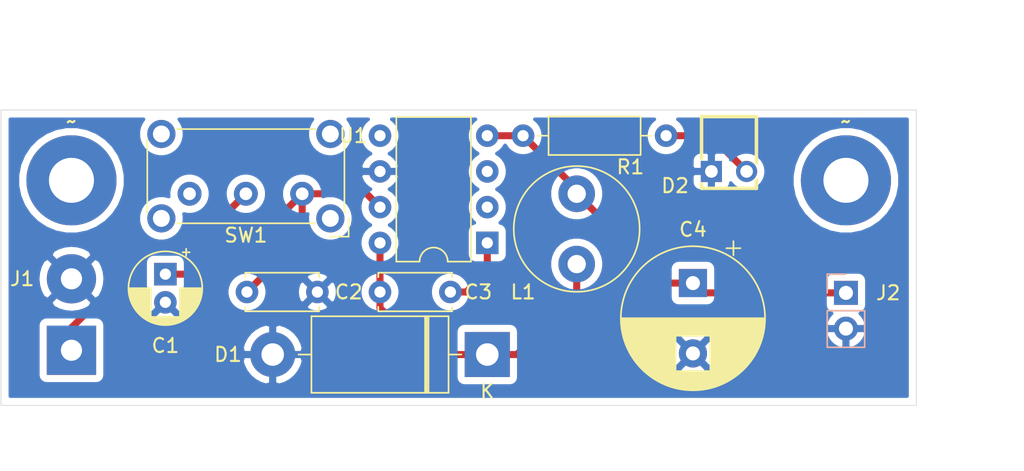
<source format=kicad_pcb>
(kicad_pcb (version 20171130) (host pcbnew "(5.1.5)-2")

  (general
    (thickness 1.6)
    (drawings 6)
    (tracks 33)
    (zones 0)
    (modules 14)
    (nets 12)
  )

  (page A4)
  (title_block
    (title BBSensor)
    (date 2019-09-11)
    (rev V1.0)
    (comment 1 "Sensor and processing board for BBQ Sensor")
  )

  (layers
    (0 F.Cu signal)
    (31 B.Cu signal)
    (32 B.Adhes user)
    (33 F.Adhes user)
    (34 B.Paste user)
    (35 F.Paste user)
    (36 B.SilkS user)
    (37 F.SilkS user)
    (38 B.Mask user)
    (39 F.Mask user)
    (40 Dwgs.User user)
    (41 Cmts.User user)
    (42 Eco1.User user)
    (43 Eco2.User user)
    (44 Edge.Cuts user)
    (45 Margin user)
    (46 B.CrtYd user)
    (47 F.CrtYd user)
    (48 B.Fab user hide)
    (49 F.Fab user hide)
  )

  (setup
    (last_trace_width 0.5)
    (trace_clearance 0.2)
    (zone_clearance 0.508)
    (zone_45_only no)
    (trace_min 0.2)
    (via_size 0.8)
    (via_drill 0.4)
    (via_min_size 0.4)
    (via_min_drill 0.3)
    (uvia_size 0.3)
    (uvia_drill 0.1)
    (uvias_allowed no)
    (uvia_min_size 0.2)
    (uvia_min_drill 0.1)
    (edge_width 0.05)
    (segment_width 0.2)
    (pcb_text_width 0.3)
    (pcb_text_size 1.5 1.5)
    (mod_edge_width 0.12)
    (mod_text_size 1 1)
    (mod_text_width 0.15)
    (pad_size 6.4 6.4)
    (pad_drill 3.2)
    (pad_to_mask_clearance 0.051)
    (solder_mask_min_width 0.25)
    (aux_axis_origin 15 36)
    (visible_elements 7FFFFFFF)
    (pcbplotparams
      (layerselection 0x010e0_ffffffff)
      (usegerberextensions true)
      (usegerberattributes false)
      (usegerberadvancedattributes false)
      (creategerberjobfile false)
      (excludeedgelayer true)
      (linewidth 0.100000)
      (plotframeref false)
      (viasonmask false)
      (mode 1)
      (useauxorigin true)
      (hpglpennumber 1)
      (hpglpenspeed 20)
      (hpglpendiameter 15.000000)
      (psnegative false)
      (psa4output false)
      (plotreference true)
      (plotvalue true)
      (plotinvisibletext false)
      (padsonsilk false)
      (subtractmaskfromsilk true)
      (outputformat 1)
      (mirror false)
      (drillshape 0)
      (scaleselection 1)
      (outputdirectory "../plot/"))
  )

  (net 0 "")
  (net 1 GND)
  (net 2 +5V)
  (net 3 "Net-(U1-Pad3)")
  (net 4 "Net-(U1-Pad5)")
  (net 5 "Net-(D2-Pad2)")
  (net 6 "Net-(U1-Pad2)")
  (net 7 "Net-(C3-Pad2)")
  (net 8 "Net-(C3-Pad1)")
  (net 9 "Net-(SW1-Pad3)")
  (net 10 /VIN)
  (net 11 /VPOWER)

  (net_class Default "This is the default net class."
    (clearance 0.2)
    (trace_width 0.5)
    (via_dia 0.8)
    (via_drill 0.4)
    (uvia_dia 0.3)
    (uvia_drill 0.1)
    (add_net +5V)
    (add_net /VIN)
    (add_net /VPOWER)
    (add_net GND)
    (add_net "Net-(C3-Pad1)")
    (add_net "Net-(C3-Pad2)")
    (add_net "Net-(D2-Pad2)")
    (add_net "Net-(SW1-Pad3)")
    (add_net "Net-(U1-Pad2)")
    (add_net "Net-(U1-Pad3)")
    (add_net "Net-(U1-Pad5)")
  )

  (module Connector_PinSocket_2.54mm:PinSocket_1x02_P2.54mm_Vertical (layer B.Cu) (tedit 5A19A420) (tstamp 5E540D36)
    (at 75 28 180)
    (descr "Through hole straight socket strip, 1x02, 2.54mm pitch, single row (from Kicad 4.0.7), script generated")
    (tags "Through hole socket strip THT 1x02 2.54mm single row")
    (path /5E534F1E)
    (fp_text reference J2 (at -3 0) (layer F.SilkS)
      (effects (font (size 1 1) (thickness 0.15)))
    )
    (fp_text value OUTPUT (at 0 -5.31) (layer B.Fab)
      (effects (font (size 1 1) (thickness 0.15)) (justify mirror))
    )
    (fp_text user %R (at 0 -1.27 270) (layer B.Fab)
      (effects (font (size 1 1) (thickness 0.15)) (justify mirror))
    )
    (fp_line (start -1.8 -4.3) (end -1.8 1.8) (layer B.CrtYd) (width 0.05))
    (fp_line (start 1.75 -4.3) (end -1.8 -4.3) (layer B.CrtYd) (width 0.05))
    (fp_line (start 1.75 1.8) (end 1.75 -4.3) (layer B.CrtYd) (width 0.05))
    (fp_line (start -1.8 1.8) (end 1.75 1.8) (layer B.CrtYd) (width 0.05))
    (fp_line (start 0 1.33) (end 1.33 1.33) (layer B.SilkS) (width 0.12))
    (fp_line (start 1.33 1.33) (end 1.33 0) (layer B.SilkS) (width 0.12))
    (fp_line (start 1.33 -1.27) (end 1.33 -3.87) (layer B.SilkS) (width 0.12))
    (fp_line (start -1.33 -3.87) (end 1.33 -3.87) (layer B.SilkS) (width 0.12))
    (fp_line (start -1.33 -1.27) (end -1.33 -3.87) (layer B.SilkS) (width 0.12))
    (fp_line (start -1.33 -1.27) (end 1.33 -1.27) (layer B.SilkS) (width 0.12))
    (fp_line (start -1.27 -3.81) (end -1.27 1.27) (layer B.Fab) (width 0.1))
    (fp_line (start 1.27 -3.81) (end -1.27 -3.81) (layer B.Fab) (width 0.1))
    (fp_line (start 1.27 0.635) (end 1.27 -3.81) (layer B.Fab) (width 0.1))
    (fp_line (start 0.635 1.27) (end 1.27 0.635) (layer B.Fab) (width 0.1))
    (fp_line (start -1.27 1.27) (end 0.635 1.27) (layer B.Fab) (width 0.1))
    (pad 2 thru_hole oval (at 0 -2.54 180) (size 1.7 1.7) (drill 1) (layers *.Cu *.Mask)
      (net 1 GND))
    (pad 1 thru_hole rect (at 0 0 180) (size 1.7 1.7) (drill 1) (layers *.Cu *.Mask)
      (net 2 +5V))
    (model ${KISYS3DMOD}/Connector_PinSocket_2.54mm.3dshapes/PinSocket_1x02_P2.54mm_Vertical.wrl
      (at (xyz 0 0 0))
      (scale (xyz 1 1 1))
      (rotate (xyz 0 0 0))
    )
  )

  (module Connector_Wire:SolderWirePad_1x02_P5.08mm_Drill1.5mm (layer F.Cu) (tedit 5AEE5F19) (tstamp 5E546EBF)
    (at 20 32.08 90)
    (descr "Wire solder connection")
    (tags connector)
    (path /5DF98E28)
    (attr virtual)
    (fp_text reference J1 (at 5.08 -3.5 180) (layer F.SilkS)
      (effects (font (size 1 1) (thickness 0.15)))
    )
    (fp_text value POWER (at 2.54 3.81 90) (layer F.Fab)
      (effects (font (size 1 1) (thickness 0.15)))
    )
    (fp_line (start 7.33 2.25) (end -2.25 2.25) (layer F.CrtYd) (width 0.05))
    (fp_line (start 7.33 2.25) (end 7.33 -2.25) (layer F.CrtYd) (width 0.05))
    (fp_line (start -2.25 -2.25) (end -2.25 2.25) (layer F.CrtYd) (width 0.05))
    (fp_line (start -2.25 -2.25) (end 7.33 -2.25) (layer F.CrtYd) (width 0.05))
    (fp_text user %R (at 2.54 0 90) (layer F.Fab)
      (effects (font (size 1 1) (thickness 0.15)))
    )
    (pad 2 thru_hole circle (at 5.08 0 90) (size 3.50012 3.50012) (drill 1.50114) (layers *.Cu *.Mask)
      (net 1 GND))
    (pad 1 thru_hole rect (at 0 0 90) (size 3.50012 3.50012) (drill 1.50114) (layers *.Cu *.Mask)
      (net 11 /VPOWER))
  )

  (module MountingHole:MountingHole_3.2mm_M3_Pad locked (layer F.Cu) (tedit 5E4DBF35) (tstamp 5E4E3B6E)
    (at 75 20)
    (descr "Mounting Hole 3.2mm, M3")
    (tags "mounting hole 3.2mm m3")
    (attr virtual)
    (fp_text reference ~ (at 0 -4.2) (layer F.SilkS)
      (effects (font (size 1 1) (thickness 0.15)))
    )
    (fp_text value MountingHole_3.2mm_M3_Pad (at 0 4.2) (layer F.Fab)
      (effects (font (size 1 1) (thickness 0.15)))
    )
    (fp_text user %R (at 0.3 0) (layer F.Fab)
      (effects (font (size 1 1) (thickness 0.15)))
    )
    (fp_circle (center 0 0) (end 3.2 0) (layer Cmts.User) (width 0.15))
    (fp_circle (center 0 0) (end 3.45 0) (layer F.CrtYd) (width 0.05))
    (pad ~ thru_hole circle (at 0 0) (size 6.4 6.4) (drill 3.2) (layers *.Cu *.Mask))
  )

  (module MountingHole:MountingHole_3.2mm_M3_Pad locked (layer F.Cu) (tedit 5E4DBF35) (tstamp 5E4E3A05)
    (at 20 20)
    (descr "Mounting Hole 3.2mm, M3")
    (tags "mounting hole 3.2mm m3")
    (attr virtual)
    (fp_text reference ~ (at 0 -4.2) (layer F.SilkS)
      (effects (font (size 1 1) (thickness 0.15)))
    )
    (fp_text value MountingHole_3.2mm_M3_Pad (at 0 4.2) (layer F.Fab)
      (effects (font (size 1 1) (thickness 0.15)))
    )
    (fp_circle (center 0 0) (end 3.45 0) (layer F.CrtYd) (width 0.05))
    (fp_circle (center 0 0) (end 3.2 0) (layer Cmts.User) (width 0.15))
    (fp_text user %R (at 0.3 0) (layer F.Fab)
      (effects (font (size 1 1) (thickness 0.15)))
    )
    (pad ~ thru_hole circle (at 0 0) (size 6.4 6.4) (drill 3.2) (layers *.Cu *.Mask))
  )

  (module VCC:5600F (layer F.Cu) (tedit 5D672AFC) (tstamp 5E5464A6)
    (at 66.695 15.3675)
    (descr "5600 Series 3mm (T-1) LED Through Hole Right Angle Circuit Board Indicator")
    (tags LED)
    (path /5DF98DD7)
    (fp_text reference D2 (at -3.83 5.016) (layer F.SilkS)
      (effects (font (size 1 1) (thickness 0.15)))
    )
    (fp_text value POWER (at 0 7.1) (layer F.Fab)
      (effects (font (size 1 1) (thickness 0.15)))
    )
    (fp_line (start -2.5 0) (end 2.5 0) (layer F.CrtYd) (width 0.12))
    (fp_line (start -2.5 6) (end -2.5 0) (layer F.CrtYd) (width 0.12))
    (fp_line (start 2.5 6) (end -2.5 6) (layer F.CrtYd) (width 0.12))
    (fp_line (start 2.5 0) (end 2.5 6) (layer F.CrtYd) (width 0.12))
    (fp_line (start -1.95 5.2) (end -1.95 4.9) (layer F.SilkS) (width 0.25))
    (fp_line (start 1.95 5.2) (end 1.95 4.6) (layer F.SilkS) (width 0.25))
    (fp_line (start -1.95 3.1) (end -1.95 0.1) (layer F.SilkS) (width 0.25))
    (fp_line (start 1.95 0.1) (end 1.95 3.4) (layer F.SilkS) (width 0.25))
    (fp_line (start -1.95 5.2) (end 1.95 5.2) (layer F.SilkS) (width 0.25))
    (fp_line (start -1.95 0.1) (end 1.95 0.1) (layer F.SilkS) (width 0.25))
    (pad 2 thru_hole circle (at 1.25 4) (size 1.5 1.5) (drill 0.9) (layers *.Cu *.Mask)
      (net 5 "Net-(D2-Pad2)"))
    (pad 1 thru_hole rect (at -1.25 4) (size 1.5 1.5) (drill 0.9) (layers *.Cu *.Mask)
      (net 1 GND))
    (model ${BBLIB_3D_NONFREE}/VCC.3dshapes/5600.step
      (offset (xyz 0 -2.675 3.2))
      (scale (xyz 1 1 1))
      (rotate (xyz 90 180 0))
    )
  )

  (module Package_DIP:DIP-8_W7.62mm (layer F.Cu) (tedit 5A02E8C5) (tstamp 5E4E1B9D)
    (at 49.53 24.4475 180)
    (descr "8-lead though-hole mounted DIP package, row spacing 7.62 mm (300 mils)")
    (tags "THT DIP DIL PDIP 2.54mm 7.62mm 300mil")
    (path /5DF98E30)
    (fp_text reference U1 (at 9.525 7.62) (layer F.SilkS)
      (effects (font (size 1 1) (thickness 0.15)))
    )
    (fp_text value LM2672M-5.0 (at 3.81 9.95) (layer F.Fab)
      (effects (font (size 1 1) (thickness 0.15)))
    )
    (fp_text user %R (at 3.81 3.81) (layer F.Fab)
      (effects (font (size 1 1) (thickness 0.15)))
    )
    (fp_line (start 8.7 -1.55) (end -1.1 -1.55) (layer F.CrtYd) (width 0.05))
    (fp_line (start 8.7 9.15) (end 8.7 -1.55) (layer F.CrtYd) (width 0.05))
    (fp_line (start -1.1 9.15) (end 8.7 9.15) (layer F.CrtYd) (width 0.05))
    (fp_line (start -1.1 -1.55) (end -1.1 9.15) (layer F.CrtYd) (width 0.05))
    (fp_line (start 6.46 -1.33) (end 4.81 -1.33) (layer F.SilkS) (width 0.12))
    (fp_line (start 6.46 8.95) (end 6.46 -1.33) (layer F.SilkS) (width 0.12))
    (fp_line (start 1.16 8.95) (end 6.46 8.95) (layer F.SilkS) (width 0.12))
    (fp_line (start 1.16 -1.33) (end 1.16 8.95) (layer F.SilkS) (width 0.12))
    (fp_line (start 2.81 -1.33) (end 1.16 -1.33) (layer F.SilkS) (width 0.12))
    (fp_line (start 0.635 -0.27) (end 1.635 -1.27) (layer F.Fab) (width 0.1))
    (fp_line (start 0.635 8.89) (end 0.635 -0.27) (layer F.Fab) (width 0.1))
    (fp_line (start 6.985 8.89) (end 0.635 8.89) (layer F.Fab) (width 0.1))
    (fp_line (start 6.985 -1.27) (end 6.985 8.89) (layer F.Fab) (width 0.1))
    (fp_line (start 1.635 -1.27) (end 6.985 -1.27) (layer F.Fab) (width 0.1))
    (fp_arc (start 3.81 -1.33) (end 2.81 -1.33) (angle -180) (layer F.SilkS) (width 0.12))
    (pad 8 thru_hole oval (at 7.62 0 180) (size 1.6 1.6) (drill 0.8) (layers *.Cu *.Mask)
      (net 8 "Net-(C3-Pad1)"))
    (pad 4 thru_hole oval (at 0 7.62 180) (size 1.6 1.6) (drill 0.8) (layers *.Cu *.Mask)
      (net 2 +5V))
    (pad 7 thru_hole oval (at 7.62 2.54 180) (size 1.6 1.6) (drill 0.8) (layers *.Cu *.Mask)
      (net 10 /VIN))
    (pad 3 thru_hole oval (at 0 5.08 180) (size 1.6 1.6) (drill 0.8) (layers *.Cu *.Mask)
      (net 3 "Net-(U1-Pad3)"))
    (pad 6 thru_hole oval (at 7.62 5.08 180) (size 1.6 1.6) (drill 0.8) (layers *.Cu *.Mask)
      (net 1 GND))
    (pad 2 thru_hole oval (at 0 2.54 180) (size 1.6 1.6) (drill 0.8) (layers *.Cu *.Mask)
      (net 6 "Net-(U1-Pad2)"))
    (pad 5 thru_hole oval (at 7.62 7.62 180) (size 1.6 1.6) (drill 0.8) (layers *.Cu *.Mask)
      (net 4 "Net-(U1-Pad5)"))
    (pad 1 thru_hole rect (at 0 0 180) (size 1.6 1.6) (drill 0.8) (layers *.Cu *.Mask)
      (net 7 "Net-(C3-Pad2)"))
    (model ${KISYS3DMOD}/Package_DIP.3dshapes/DIP-8_W7.62mm.wrl
      (at (xyz 0 0 0))
      (scale (xyz 1 1 1))
      (rotate (xyz 0 0 0))
    )
  )

  (module Button_Switch_THT:SW_E-Switch_EG1224_SPDT_Angled (layer F.Cu) (tedit 5A02FE31) (tstamp 5E54595B)
    (at 36.385 20.955 180)
    (descr "E-Switch slide switch, EG series, SPDT, right angle, http://spec_sheets.e-switch.com/specs/P040042.pdf")
    (tags "switch SPDT")
    (path /5DF98DED)
    (fp_text reference SW1 (at 4 -2.95) (layer F.SilkS)
      (effects (font (size 1 1) (thickness 0.15)))
    )
    (fp_text value SW_SPDT (at 4 14.45) (layer F.Fab)
      (effects (font (size 1 1) (thickness 0.15)))
    )
    (fp_line (start -1.9 -2) (end 10.9 -2) (layer F.Fab) (width 0.1))
    (fp_line (start 10.9 -2) (end 10.9 4.5) (layer F.Fab) (width 0.1))
    (fp_line (start 10.9 4.5) (end -2.9 4.5) (layer F.Fab) (width 0.1))
    (fp_line (start -2.9 4.5) (end -2.9 -1) (layer F.Fab) (width 0.1))
    (fp_line (start 4.5 4.5) (end 4.5 13.5) (layer F.Fab) (width 0.1))
    (fp_line (start 4.5 13.5) (end -0.5 13.5) (layer F.Fab) (width 0.1))
    (fp_line (start -0.5 13.5) (end -0.5 4.5) (layer F.Fab) (width 0.1))
    (fp_text user %R (at 4 1.25) (layer F.Fab)
      (effects (font (size 1 1) (thickness 0.1)))
    )
    (fp_line (start 11 -1.35) (end 11 3.85) (layer F.SilkS) (width 0.12))
    (fp_line (start -3 3.85) (end -3 -1.35) (layer F.SilkS) (width 0.12))
    (fp_line (start -0.95 -2.1) (end 8.95 -2.1) (layer F.SilkS) (width 0.12))
    (fp_line (start 8.95 4.6) (end -0.95 4.6) (layer F.SilkS) (width 0.12))
    (fp_line (start -3.25 -3) (end 11.25 -3) (layer F.CrtYd) (width 0.05))
    (fp_line (start 11.25 -3) (end 11.25 5.5) (layer F.CrtYd) (width 0.05))
    (fp_line (start 11.25 5.5) (end 8.75 5.5) (layer F.CrtYd) (width 0.05))
    (fp_line (start 8.75 5.5) (end 8.75 13.75) (layer F.CrtYd) (width 0.05))
    (fp_line (start 8.75 13.75) (end -0.75 13.75) (layer F.CrtYd) (width 0.05))
    (fp_line (start -0.75 13.75) (end -0.75 5.5) (layer F.CrtYd) (width 0.05))
    (fp_line (start -0.75 5.5) (end -3.25 5.5) (layer F.CrtYd) (width 0.05))
    (fp_line (start -3.25 5.5) (end -3.25 -3) (layer F.CrtYd) (width 0.05))
    (fp_line (start -1.9 -2) (end -2.9 -1) (layer F.Fab) (width 0.1))
    (fp_line (start -3.3 -1.75) (end -3.3 -3.05) (layer F.SilkS) (width 0.12))
    (fp_line (start -3.3 -3.05) (end -2 -3.05) (layer F.SilkS) (width 0.12))
    (pad 3 thru_hole circle (at 8 0 180) (size 1.7 1.7) (drill 0.9) (layers *.Cu *.Mask)
      (net 9 "Net-(SW1-Pad3)"))
    (pad 2 thru_hole circle (at 4 0 180) (size 1.7 1.7) (drill 0.9) (layers *.Cu *.Mask)
      (net 11 /VPOWER))
    (pad 1 thru_hole circle (at 0 0 180) (size 1.7 1.7) (drill 0.9) (layers *.Cu *.Mask)
      (net 10 /VIN))
    (pad "" thru_hole circle (at -2 4.25 180) (size 2 2) (drill 1.2) (layers *.Cu *.Mask))
    (pad "" thru_hole circle (at 10 4.25 180) (size 2 2) (drill 1.2) (layers *.Cu *.Mask))
    (pad "" thru_hole circle (at 10 -1.75 180) (size 2 2) (drill 1.2) (layers *.Cu *.Mask))
    (pad "" thru_hole circle (at -2 -1.75 180) (size 2 2) (drill 1.2) (layers *.Cu *.Mask))
    (model ${KISYS3DMOD}/Button_Switch_THT.3dshapes/SW_E-Switch_EG1224_SPDT_Angled.wrl
      (at (xyz 0 0 0))
      (scale (xyz 1 1 1))
      (rotate (xyz 0 0 0))
    )
  )

  (module Resistor_THT:R_Axial_DIN0207_L6.3mm_D2.5mm_P10.16mm_Horizontal (layer F.Cu) (tedit 5AE5139B) (tstamp 5E4E1B5F)
    (at 52.07 16.8275)
    (descr "Resistor, Axial_DIN0207 series, Axial, Horizontal, pin pitch=10.16mm, 0.25W = 1/4W, length*diameter=6.3*2.5mm^2, http://cdn-reichelt.de/documents/datenblatt/B400/1_4W%23YAG.pdf")
    (tags "Resistor Axial_DIN0207 series Axial Horizontal pin pitch 10.16mm 0.25W = 1/4W length 6.3mm diameter 2.5mm")
    (path /5DF98DD1)
    (fp_text reference R1 (at 7.62 2.2225) (layer F.SilkS)
      (effects (font (size 1 1) (thickness 0.15)))
    )
    (fp_text value 220 (at 5.08 2.37) (layer F.Fab)
      (effects (font (size 1 1) (thickness 0.15)))
    )
    (fp_text user %R (at 5.08 0) (layer F.Fab)
      (effects (font (size 1 1) (thickness 0.15)))
    )
    (fp_line (start 11.21 -1.5) (end -1.05 -1.5) (layer F.CrtYd) (width 0.05))
    (fp_line (start 11.21 1.5) (end 11.21 -1.5) (layer F.CrtYd) (width 0.05))
    (fp_line (start -1.05 1.5) (end 11.21 1.5) (layer F.CrtYd) (width 0.05))
    (fp_line (start -1.05 -1.5) (end -1.05 1.5) (layer F.CrtYd) (width 0.05))
    (fp_line (start 9.12 0) (end 8.35 0) (layer F.SilkS) (width 0.12))
    (fp_line (start 1.04 0) (end 1.81 0) (layer F.SilkS) (width 0.12))
    (fp_line (start 8.35 -1.37) (end 1.81 -1.37) (layer F.SilkS) (width 0.12))
    (fp_line (start 8.35 1.37) (end 8.35 -1.37) (layer F.SilkS) (width 0.12))
    (fp_line (start 1.81 1.37) (end 8.35 1.37) (layer F.SilkS) (width 0.12))
    (fp_line (start 1.81 -1.37) (end 1.81 1.37) (layer F.SilkS) (width 0.12))
    (fp_line (start 10.16 0) (end 8.23 0) (layer F.Fab) (width 0.1))
    (fp_line (start 0 0) (end 1.93 0) (layer F.Fab) (width 0.1))
    (fp_line (start 8.23 -1.25) (end 1.93 -1.25) (layer F.Fab) (width 0.1))
    (fp_line (start 8.23 1.25) (end 8.23 -1.25) (layer F.Fab) (width 0.1))
    (fp_line (start 1.93 1.25) (end 8.23 1.25) (layer F.Fab) (width 0.1))
    (fp_line (start 1.93 -1.25) (end 1.93 1.25) (layer F.Fab) (width 0.1))
    (pad 2 thru_hole oval (at 10.16 0) (size 1.6 1.6) (drill 0.8) (layers *.Cu *.Mask)
      (net 5 "Net-(D2-Pad2)"))
    (pad 1 thru_hole circle (at 0 0) (size 1.6 1.6) (drill 0.8) (layers *.Cu *.Mask)
      (net 2 +5V))
    (model ${KISYS3DMOD}/Resistor_THT.3dshapes/R_Axial_DIN0207_L6.3mm_D2.5mm_P10.16mm_Horizontal.wrl
      (at (xyz 0 0 0))
      (scale (xyz 1 1 1))
      (rotate (xyz 0 0 0))
    )
  )

  (module Inductor_THT:L_Radial_D8.7mm_P5.00mm_Fastron_07HCP (layer F.Cu) (tedit 5AE59B06) (tstamp 5E4E1B48)
    (at 55.88 25.955 90)
    (descr "Inductor, Radial series, Radial, pin pitch=5.00mm, , diameter=8.7mm, Fastron, 07HCP, http://cdn-reichelt.de/documents/datenblatt/B400/DS_07HCP.pdf")
    (tags "Inductor Radial series Radial pin pitch 5.00mm  diameter 8.7mm Fastron 07HCP")
    (path /5DF98E09)
    (fp_text reference L1 (at -1.985 -3.81 180) (layer F.SilkS)
      (effects (font (size 1 1) (thickness 0.15)))
    )
    (fp_text value 47u (at 2.5 5.6 90) (layer F.Fab)
      (effects (font (size 1 1) (thickness 0.15)))
    )
    (fp_text user %R (at 2.5 0 90) (layer F.Fab)
      (effects (font (size 1 1) (thickness 0.15)))
    )
    (fp_circle (center 2.5 0) (end 7.1 0) (layer F.CrtYd) (width 0.05))
    (fp_circle (center 2.5 0) (end 6.97 0) (layer F.SilkS) (width 0.12))
    (fp_circle (center 2.5 0) (end 6.85 0) (layer F.Fab) (width 0.1))
    (pad 2 thru_hole circle (at 5 0 90) (size 2.6 2.6) (drill 1.3) (layers *.Cu *.Mask)
      (net 2 +5V))
    (pad 1 thru_hole circle (at 0 0 90) (size 2.6 2.6) (drill 1.3) (layers *.Cu *.Mask)
      (net 8 "Net-(C3-Pad1)"))
    (model ${KISYS3DMOD}/Inductor_THT.3dshapes/L_Radial_D8.7mm_P5.00mm_Fastron_07HCP.wrl
      (at (xyz 0 0 0))
      (scale (xyz 1 1 1))
      (rotate (xyz 0 0 0))
    )
  )

  (module Diode_THT:D_DO-201AD_P15.24mm_Horizontal (layer F.Cu) (tedit 5AE50CD5) (tstamp 5E4E1AEA)
    (at 49.53 32.385 180)
    (descr "Diode, DO-201AD series, Axial, Horizontal, pin pitch=15.24mm, , length*diameter=9.5*5.2mm^2, , http://www.diodes.com/_files/packages/DO-201AD.pdf")
    (tags "Diode DO-201AD series Axial Horizontal pin pitch 15.24mm  length 9.5mm diameter 5.2mm")
    (path /5DF98E0F)
    (fp_text reference D1 (at 18.415 0) (layer F.SilkS)
      (effects (font (size 1 1) (thickness 0.15)))
    )
    (fp_text value 1N5822 (at 7.62 3.72) (layer F.Fab)
      (effects (font (size 1 1) (thickness 0.15)))
    )
    (fp_text user K (at 0 -2.6) (layer F.SilkS)
      (effects (font (size 1 1) (thickness 0.15)))
    )
    (fp_text user K (at 0 -2.6) (layer F.Fab)
      (effects (font (size 1 1) (thickness 0.15)))
    )
    (fp_text user %R (at 8.3325 0) (layer F.Fab)
      (effects (font (size 1 1) (thickness 0.15)))
    )
    (fp_line (start 17.09 -2.85) (end -1.85 -2.85) (layer F.CrtYd) (width 0.05))
    (fp_line (start 17.09 2.85) (end 17.09 -2.85) (layer F.CrtYd) (width 0.05))
    (fp_line (start -1.85 2.85) (end 17.09 2.85) (layer F.CrtYd) (width 0.05))
    (fp_line (start -1.85 -2.85) (end -1.85 2.85) (layer F.CrtYd) (width 0.05))
    (fp_line (start 4.175 -2.72) (end 4.175 2.72) (layer F.SilkS) (width 0.12))
    (fp_line (start 4.415 -2.72) (end 4.415 2.72) (layer F.SilkS) (width 0.12))
    (fp_line (start 4.295 -2.72) (end 4.295 2.72) (layer F.SilkS) (width 0.12))
    (fp_line (start 13.4 0) (end 12.49 0) (layer F.SilkS) (width 0.12))
    (fp_line (start 1.84 0) (end 2.75 0) (layer F.SilkS) (width 0.12))
    (fp_line (start 12.49 -2.72) (end 2.75 -2.72) (layer F.SilkS) (width 0.12))
    (fp_line (start 12.49 2.72) (end 12.49 -2.72) (layer F.SilkS) (width 0.12))
    (fp_line (start 2.75 2.72) (end 12.49 2.72) (layer F.SilkS) (width 0.12))
    (fp_line (start 2.75 -2.72) (end 2.75 2.72) (layer F.SilkS) (width 0.12))
    (fp_line (start 4.195 -2.6) (end 4.195 2.6) (layer F.Fab) (width 0.1))
    (fp_line (start 4.395 -2.6) (end 4.395 2.6) (layer F.Fab) (width 0.1))
    (fp_line (start 4.295 -2.6) (end 4.295 2.6) (layer F.Fab) (width 0.1))
    (fp_line (start 15.24 0) (end 12.37 0) (layer F.Fab) (width 0.1))
    (fp_line (start 0 0) (end 2.87 0) (layer F.Fab) (width 0.1))
    (fp_line (start 12.37 -2.6) (end 2.87 -2.6) (layer F.Fab) (width 0.1))
    (fp_line (start 12.37 2.6) (end 12.37 -2.6) (layer F.Fab) (width 0.1))
    (fp_line (start 2.87 2.6) (end 12.37 2.6) (layer F.Fab) (width 0.1))
    (fp_line (start 2.87 -2.6) (end 2.87 2.6) (layer F.Fab) (width 0.1))
    (pad 2 thru_hole oval (at 15.24 0 180) (size 3.2 3.2) (drill 1.6) (layers *.Cu *.Mask)
      (net 1 GND))
    (pad 1 thru_hole rect (at 0 0 180) (size 3.2 3.2) (drill 1.6) (layers *.Cu *.Mask)
      (net 8 "Net-(C3-Pad1)"))
    (model ${KISYS3DMOD}/Diode_THT.3dshapes/D_DO-201AD_P15.24mm_Horizontal.wrl
      (at (xyz 0 0 0))
      (scale (xyz 1 1 1))
      (rotate (xyz 0 0 0))
    )
  )

  (module Capacitor_THT:CP_Radial_D10.0mm_P5.00mm (layer F.Cu) (tedit 5AE50EF1) (tstamp 5E545108)
    (at 64.135 27.305 270)
    (descr "CP, Radial series, Radial, pin pitch=5.00mm, , diameter=10mm, Electrolytic Capacitor")
    (tags "CP Radial series Radial pin pitch 5.00mm  diameter 10mm Electrolytic Capacitor")
    (path /5DF98E15)
    (fp_text reference C4 (at -3.81 0) (layer F.SilkS)
      (effects (font (size 1 1) (thickness 0.15)))
    )
    (fp_text value 68u (at 2.5 6.25 90) (layer F.Fab)
      (effects (font (size 1 1) (thickness 0.15)))
    )
    (fp_text user %R (at 2.5 0 90) (layer F.Fab)
      (effects (font (size 1 1) (thickness 0.15)))
    )
    (fp_line (start -2.479646 -3.375) (end -2.479646 -2.375) (layer F.SilkS) (width 0.12))
    (fp_line (start -2.979646 -2.875) (end -1.979646 -2.875) (layer F.SilkS) (width 0.12))
    (fp_line (start 7.581 -0.599) (end 7.581 0.599) (layer F.SilkS) (width 0.12))
    (fp_line (start 7.541 -0.862) (end 7.541 0.862) (layer F.SilkS) (width 0.12))
    (fp_line (start 7.501 -1.062) (end 7.501 1.062) (layer F.SilkS) (width 0.12))
    (fp_line (start 7.461 -1.23) (end 7.461 1.23) (layer F.SilkS) (width 0.12))
    (fp_line (start 7.421 -1.378) (end 7.421 1.378) (layer F.SilkS) (width 0.12))
    (fp_line (start 7.381 -1.51) (end 7.381 1.51) (layer F.SilkS) (width 0.12))
    (fp_line (start 7.341 -1.63) (end 7.341 1.63) (layer F.SilkS) (width 0.12))
    (fp_line (start 7.301 -1.742) (end 7.301 1.742) (layer F.SilkS) (width 0.12))
    (fp_line (start 7.261 -1.846) (end 7.261 1.846) (layer F.SilkS) (width 0.12))
    (fp_line (start 7.221 -1.944) (end 7.221 1.944) (layer F.SilkS) (width 0.12))
    (fp_line (start 7.181 -2.037) (end 7.181 2.037) (layer F.SilkS) (width 0.12))
    (fp_line (start 7.141 -2.125) (end 7.141 2.125) (layer F.SilkS) (width 0.12))
    (fp_line (start 7.101 -2.209) (end 7.101 2.209) (layer F.SilkS) (width 0.12))
    (fp_line (start 7.061 -2.289) (end 7.061 2.289) (layer F.SilkS) (width 0.12))
    (fp_line (start 7.021 -2.365) (end 7.021 2.365) (layer F.SilkS) (width 0.12))
    (fp_line (start 6.981 -2.439) (end 6.981 2.439) (layer F.SilkS) (width 0.12))
    (fp_line (start 6.941 -2.51) (end 6.941 2.51) (layer F.SilkS) (width 0.12))
    (fp_line (start 6.901 -2.579) (end 6.901 2.579) (layer F.SilkS) (width 0.12))
    (fp_line (start 6.861 -2.645) (end 6.861 2.645) (layer F.SilkS) (width 0.12))
    (fp_line (start 6.821 -2.709) (end 6.821 2.709) (layer F.SilkS) (width 0.12))
    (fp_line (start 6.781 -2.77) (end 6.781 2.77) (layer F.SilkS) (width 0.12))
    (fp_line (start 6.741 -2.83) (end 6.741 2.83) (layer F.SilkS) (width 0.12))
    (fp_line (start 6.701 -2.889) (end 6.701 2.889) (layer F.SilkS) (width 0.12))
    (fp_line (start 6.661 -2.945) (end 6.661 2.945) (layer F.SilkS) (width 0.12))
    (fp_line (start 6.621 -3) (end 6.621 3) (layer F.SilkS) (width 0.12))
    (fp_line (start 6.581 -3.054) (end 6.581 3.054) (layer F.SilkS) (width 0.12))
    (fp_line (start 6.541 -3.106) (end 6.541 3.106) (layer F.SilkS) (width 0.12))
    (fp_line (start 6.501 -3.156) (end 6.501 3.156) (layer F.SilkS) (width 0.12))
    (fp_line (start 6.461 -3.206) (end 6.461 3.206) (layer F.SilkS) (width 0.12))
    (fp_line (start 6.421 -3.254) (end 6.421 3.254) (layer F.SilkS) (width 0.12))
    (fp_line (start 6.381 -3.301) (end 6.381 3.301) (layer F.SilkS) (width 0.12))
    (fp_line (start 6.341 -3.347) (end 6.341 3.347) (layer F.SilkS) (width 0.12))
    (fp_line (start 6.301 -3.392) (end 6.301 3.392) (layer F.SilkS) (width 0.12))
    (fp_line (start 6.261 -3.436) (end 6.261 3.436) (layer F.SilkS) (width 0.12))
    (fp_line (start 6.221 1.241) (end 6.221 3.478) (layer F.SilkS) (width 0.12))
    (fp_line (start 6.221 -3.478) (end 6.221 -1.241) (layer F.SilkS) (width 0.12))
    (fp_line (start 6.181 1.241) (end 6.181 3.52) (layer F.SilkS) (width 0.12))
    (fp_line (start 6.181 -3.52) (end 6.181 -1.241) (layer F.SilkS) (width 0.12))
    (fp_line (start 6.141 1.241) (end 6.141 3.561) (layer F.SilkS) (width 0.12))
    (fp_line (start 6.141 -3.561) (end 6.141 -1.241) (layer F.SilkS) (width 0.12))
    (fp_line (start 6.101 1.241) (end 6.101 3.601) (layer F.SilkS) (width 0.12))
    (fp_line (start 6.101 -3.601) (end 6.101 -1.241) (layer F.SilkS) (width 0.12))
    (fp_line (start 6.061 1.241) (end 6.061 3.64) (layer F.SilkS) (width 0.12))
    (fp_line (start 6.061 -3.64) (end 6.061 -1.241) (layer F.SilkS) (width 0.12))
    (fp_line (start 6.021 1.241) (end 6.021 3.679) (layer F.SilkS) (width 0.12))
    (fp_line (start 6.021 -3.679) (end 6.021 -1.241) (layer F.SilkS) (width 0.12))
    (fp_line (start 5.981 1.241) (end 5.981 3.716) (layer F.SilkS) (width 0.12))
    (fp_line (start 5.981 -3.716) (end 5.981 -1.241) (layer F.SilkS) (width 0.12))
    (fp_line (start 5.941 1.241) (end 5.941 3.753) (layer F.SilkS) (width 0.12))
    (fp_line (start 5.941 -3.753) (end 5.941 -1.241) (layer F.SilkS) (width 0.12))
    (fp_line (start 5.901 1.241) (end 5.901 3.789) (layer F.SilkS) (width 0.12))
    (fp_line (start 5.901 -3.789) (end 5.901 -1.241) (layer F.SilkS) (width 0.12))
    (fp_line (start 5.861 1.241) (end 5.861 3.824) (layer F.SilkS) (width 0.12))
    (fp_line (start 5.861 -3.824) (end 5.861 -1.241) (layer F.SilkS) (width 0.12))
    (fp_line (start 5.821 1.241) (end 5.821 3.858) (layer F.SilkS) (width 0.12))
    (fp_line (start 5.821 -3.858) (end 5.821 -1.241) (layer F.SilkS) (width 0.12))
    (fp_line (start 5.781 1.241) (end 5.781 3.892) (layer F.SilkS) (width 0.12))
    (fp_line (start 5.781 -3.892) (end 5.781 -1.241) (layer F.SilkS) (width 0.12))
    (fp_line (start 5.741 1.241) (end 5.741 3.925) (layer F.SilkS) (width 0.12))
    (fp_line (start 5.741 -3.925) (end 5.741 -1.241) (layer F.SilkS) (width 0.12))
    (fp_line (start 5.701 1.241) (end 5.701 3.957) (layer F.SilkS) (width 0.12))
    (fp_line (start 5.701 -3.957) (end 5.701 -1.241) (layer F.SilkS) (width 0.12))
    (fp_line (start 5.661 1.241) (end 5.661 3.989) (layer F.SilkS) (width 0.12))
    (fp_line (start 5.661 -3.989) (end 5.661 -1.241) (layer F.SilkS) (width 0.12))
    (fp_line (start 5.621 1.241) (end 5.621 4.02) (layer F.SilkS) (width 0.12))
    (fp_line (start 5.621 -4.02) (end 5.621 -1.241) (layer F.SilkS) (width 0.12))
    (fp_line (start 5.581 1.241) (end 5.581 4.05) (layer F.SilkS) (width 0.12))
    (fp_line (start 5.581 -4.05) (end 5.581 -1.241) (layer F.SilkS) (width 0.12))
    (fp_line (start 5.541 1.241) (end 5.541 4.08) (layer F.SilkS) (width 0.12))
    (fp_line (start 5.541 -4.08) (end 5.541 -1.241) (layer F.SilkS) (width 0.12))
    (fp_line (start 5.501 1.241) (end 5.501 4.11) (layer F.SilkS) (width 0.12))
    (fp_line (start 5.501 -4.11) (end 5.501 -1.241) (layer F.SilkS) (width 0.12))
    (fp_line (start 5.461 1.241) (end 5.461 4.138) (layer F.SilkS) (width 0.12))
    (fp_line (start 5.461 -4.138) (end 5.461 -1.241) (layer F.SilkS) (width 0.12))
    (fp_line (start 5.421 1.241) (end 5.421 4.166) (layer F.SilkS) (width 0.12))
    (fp_line (start 5.421 -4.166) (end 5.421 -1.241) (layer F.SilkS) (width 0.12))
    (fp_line (start 5.381 1.241) (end 5.381 4.194) (layer F.SilkS) (width 0.12))
    (fp_line (start 5.381 -4.194) (end 5.381 -1.241) (layer F.SilkS) (width 0.12))
    (fp_line (start 5.341 1.241) (end 5.341 4.221) (layer F.SilkS) (width 0.12))
    (fp_line (start 5.341 -4.221) (end 5.341 -1.241) (layer F.SilkS) (width 0.12))
    (fp_line (start 5.301 1.241) (end 5.301 4.247) (layer F.SilkS) (width 0.12))
    (fp_line (start 5.301 -4.247) (end 5.301 -1.241) (layer F.SilkS) (width 0.12))
    (fp_line (start 5.261 1.241) (end 5.261 4.273) (layer F.SilkS) (width 0.12))
    (fp_line (start 5.261 -4.273) (end 5.261 -1.241) (layer F.SilkS) (width 0.12))
    (fp_line (start 5.221 1.241) (end 5.221 4.298) (layer F.SilkS) (width 0.12))
    (fp_line (start 5.221 -4.298) (end 5.221 -1.241) (layer F.SilkS) (width 0.12))
    (fp_line (start 5.181 1.241) (end 5.181 4.323) (layer F.SilkS) (width 0.12))
    (fp_line (start 5.181 -4.323) (end 5.181 -1.241) (layer F.SilkS) (width 0.12))
    (fp_line (start 5.141 1.241) (end 5.141 4.347) (layer F.SilkS) (width 0.12))
    (fp_line (start 5.141 -4.347) (end 5.141 -1.241) (layer F.SilkS) (width 0.12))
    (fp_line (start 5.101 1.241) (end 5.101 4.371) (layer F.SilkS) (width 0.12))
    (fp_line (start 5.101 -4.371) (end 5.101 -1.241) (layer F.SilkS) (width 0.12))
    (fp_line (start 5.061 1.241) (end 5.061 4.395) (layer F.SilkS) (width 0.12))
    (fp_line (start 5.061 -4.395) (end 5.061 -1.241) (layer F.SilkS) (width 0.12))
    (fp_line (start 5.021 1.241) (end 5.021 4.417) (layer F.SilkS) (width 0.12))
    (fp_line (start 5.021 -4.417) (end 5.021 -1.241) (layer F.SilkS) (width 0.12))
    (fp_line (start 4.981 1.241) (end 4.981 4.44) (layer F.SilkS) (width 0.12))
    (fp_line (start 4.981 -4.44) (end 4.981 -1.241) (layer F.SilkS) (width 0.12))
    (fp_line (start 4.941 1.241) (end 4.941 4.462) (layer F.SilkS) (width 0.12))
    (fp_line (start 4.941 -4.462) (end 4.941 -1.241) (layer F.SilkS) (width 0.12))
    (fp_line (start 4.901 1.241) (end 4.901 4.483) (layer F.SilkS) (width 0.12))
    (fp_line (start 4.901 -4.483) (end 4.901 -1.241) (layer F.SilkS) (width 0.12))
    (fp_line (start 4.861 1.241) (end 4.861 4.504) (layer F.SilkS) (width 0.12))
    (fp_line (start 4.861 -4.504) (end 4.861 -1.241) (layer F.SilkS) (width 0.12))
    (fp_line (start 4.821 1.241) (end 4.821 4.525) (layer F.SilkS) (width 0.12))
    (fp_line (start 4.821 -4.525) (end 4.821 -1.241) (layer F.SilkS) (width 0.12))
    (fp_line (start 4.781 1.241) (end 4.781 4.545) (layer F.SilkS) (width 0.12))
    (fp_line (start 4.781 -4.545) (end 4.781 -1.241) (layer F.SilkS) (width 0.12))
    (fp_line (start 4.741 1.241) (end 4.741 4.564) (layer F.SilkS) (width 0.12))
    (fp_line (start 4.741 -4.564) (end 4.741 -1.241) (layer F.SilkS) (width 0.12))
    (fp_line (start 4.701 1.241) (end 4.701 4.584) (layer F.SilkS) (width 0.12))
    (fp_line (start 4.701 -4.584) (end 4.701 -1.241) (layer F.SilkS) (width 0.12))
    (fp_line (start 4.661 1.241) (end 4.661 4.603) (layer F.SilkS) (width 0.12))
    (fp_line (start 4.661 -4.603) (end 4.661 -1.241) (layer F.SilkS) (width 0.12))
    (fp_line (start 4.621 1.241) (end 4.621 4.621) (layer F.SilkS) (width 0.12))
    (fp_line (start 4.621 -4.621) (end 4.621 -1.241) (layer F.SilkS) (width 0.12))
    (fp_line (start 4.581 1.241) (end 4.581 4.639) (layer F.SilkS) (width 0.12))
    (fp_line (start 4.581 -4.639) (end 4.581 -1.241) (layer F.SilkS) (width 0.12))
    (fp_line (start 4.541 1.241) (end 4.541 4.657) (layer F.SilkS) (width 0.12))
    (fp_line (start 4.541 -4.657) (end 4.541 -1.241) (layer F.SilkS) (width 0.12))
    (fp_line (start 4.501 1.241) (end 4.501 4.674) (layer F.SilkS) (width 0.12))
    (fp_line (start 4.501 -4.674) (end 4.501 -1.241) (layer F.SilkS) (width 0.12))
    (fp_line (start 4.461 1.241) (end 4.461 4.69) (layer F.SilkS) (width 0.12))
    (fp_line (start 4.461 -4.69) (end 4.461 -1.241) (layer F.SilkS) (width 0.12))
    (fp_line (start 4.421 1.241) (end 4.421 4.707) (layer F.SilkS) (width 0.12))
    (fp_line (start 4.421 -4.707) (end 4.421 -1.241) (layer F.SilkS) (width 0.12))
    (fp_line (start 4.381 1.241) (end 4.381 4.723) (layer F.SilkS) (width 0.12))
    (fp_line (start 4.381 -4.723) (end 4.381 -1.241) (layer F.SilkS) (width 0.12))
    (fp_line (start 4.341 1.241) (end 4.341 4.738) (layer F.SilkS) (width 0.12))
    (fp_line (start 4.341 -4.738) (end 4.341 -1.241) (layer F.SilkS) (width 0.12))
    (fp_line (start 4.301 1.241) (end 4.301 4.754) (layer F.SilkS) (width 0.12))
    (fp_line (start 4.301 -4.754) (end 4.301 -1.241) (layer F.SilkS) (width 0.12))
    (fp_line (start 4.261 1.241) (end 4.261 4.768) (layer F.SilkS) (width 0.12))
    (fp_line (start 4.261 -4.768) (end 4.261 -1.241) (layer F.SilkS) (width 0.12))
    (fp_line (start 4.221 1.241) (end 4.221 4.783) (layer F.SilkS) (width 0.12))
    (fp_line (start 4.221 -4.783) (end 4.221 -1.241) (layer F.SilkS) (width 0.12))
    (fp_line (start 4.181 1.241) (end 4.181 4.797) (layer F.SilkS) (width 0.12))
    (fp_line (start 4.181 -4.797) (end 4.181 -1.241) (layer F.SilkS) (width 0.12))
    (fp_line (start 4.141 1.241) (end 4.141 4.811) (layer F.SilkS) (width 0.12))
    (fp_line (start 4.141 -4.811) (end 4.141 -1.241) (layer F.SilkS) (width 0.12))
    (fp_line (start 4.101 1.241) (end 4.101 4.824) (layer F.SilkS) (width 0.12))
    (fp_line (start 4.101 -4.824) (end 4.101 -1.241) (layer F.SilkS) (width 0.12))
    (fp_line (start 4.061 1.241) (end 4.061 4.837) (layer F.SilkS) (width 0.12))
    (fp_line (start 4.061 -4.837) (end 4.061 -1.241) (layer F.SilkS) (width 0.12))
    (fp_line (start 4.021 1.241) (end 4.021 4.85) (layer F.SilkS) (width 0.12))
    (fp_line (start 4.021 -4.85) (end 4.021 -1.241) (layer F.SilkS) (width 0.12))
    (fp_line (start 3.981 1.241) (end 3.981 4.862) (layer F.SilkS) (width 0.12))
    (fp_line (start 3.981 -4.862) (end 3.981 -1.241) (layer F.SilkS) (width 0.12))
    (fp_line (start 3.941 1.241) (end 3.941 4.874) (layer F.SilkS) (width 0.12))
    (fp_line (start 3.941 -4.874) (end 3.941 -1.241) (layer F.SilkS) (width 0.12))
    (fp_line (start 3.901 1.241) (end 3.901 4.885) (layer F.SilkS) (width 0.12))
    (fp_line (start 3.901 -4.885) (end 3.901 -1.241) (layer F.SilkS) (width 0.12))
    (fp_line (start 3.861 1.241) (end 3.861 4.897) (layer F.SilkS) (width 0.12))
    (fp_line (start 3.861 -4.897) (end 3.861 -1.241) (layer F.SilkS) (width 0.12))
    (fp_line (start 3.821 1.241) (end 3.821 4.907) (layer F.SilkS) (width 0.12))
    (fp_line (start 3.821 -4.907) (end 3.821 -1.241) (layer F.SilkS) (width 0.12))
    (fp_line (start 3.781 1.241) (end 3.781 4.918) (layer F.SilkS) (width 0.12))
    (fp_line (start 3.781 -4.918) (end 3.781 -1.241) (layer F.SilkS) (width 0.12))
    (fp_line (start 3.741 -4.928) (end 3.741 4.928) (layer F.SilkS) (width 0.12))
    (fp_line (start 3.701 -4.938) (end 3.701 4.938) (layer F.SilkS) (width 0.12))
    (fp_line (start 3.661 -4.947) (end 3.661 4.947) (layer F.SilkS) (width 0.12))
    (fp_line (start 3.621 -4.956) (end 3.621 4.956) (layer F.SilkS) (width 0.12))
    (fp_line (start 3.581 -4.965) (end 3.581 4.965) (layer F.SilkS) (width 0.12))
    (fp_line (start 3.541 -4.974) (end 3.541 4.974) (layer F.SilkS) (width 0.12))
    (fp_line (start 3.501 -4.982) (end 3.501 4.982) (layer F.SilkS) (width 0.12))
    (fp_line (start 3.461 -4.99) (end 3.461 4.99) (layer F.SilkS) (width 0.12))
    (fp_line (start 3.421 -4.997) (end 3.421 4.997) (layer F.SilkS) (width 0.12))
    (fp_line (start 3.381 -5.004) (end 3.381 5.004) (layer F.SilkS) (width 0.12))
    (fp_line (start 3.341 -5.011) (end 3.341 5.011) (layer F.SilkS) (width 0.12))
    (fp_line (start 3.301 -5.018) (end 3.301 5.018) (layer F.SilkS) (width 0.12))
    (fp_line (start 3.261 -5.024) (end 3.261 5.024) (layer F.SilkS) (width 0.12))
    (fp_line (start 3.221 -5.03) (end 3.221 5.03) (layer F.SilkS) (width 0.12))
    (fp_line (start 3.18 -5.035) (end 3.18 5.035) (layer F.SilkS) (width 0.12))
    (fp_line (start 3.14 -5.04) (end 3.14 5.04) (layer F.SilkS) (width 0.12))
    (fp_line (start 3.1 -5.045) (end 3.1 5.045) (layer F.SilkS) (width 0.12))
    (fp_line (start 3.06 -5.05) (end 3.06 5.05) (layer F.SilkS) (width 0.12))
    (fp_line (start 3.02 -5.054) (end 3.02 5.054) (layer F.SilkS) (width 0.12))
    (fp_line (start 2.98 -5.058) (end 2.98 5.058) (layer F.SilkS) (width 0.12))
    (fp_line (start 2.94 -5.062) (end 2.94 5.062) (layer F.SilkS) (width 0.12))
    (fp_line (start 2.9 -5.065) (end 2.9 5.065) (layer F.SilkS) (width 0.12))
    (fp_line (start 2.86 -5.068) (end 2.86 5.068) (layer F.SilkS) (width 0.12))
    (fp_line (start 2.82 -5.07) (end 2.82 5.07) (layer F.SilkS) (width 0.12))
    (fp_line (start 2.78 -5.073) (end 2.78 5.073) (layer F.SilkS) (width 0.12))
    (fp_line (start 2.74 -5.075) (end 2.74 5.075) (layer F.SilkS) (width 0.12))
    (fp_line (start 2.7 -5.077) (end 2.7 5.077) (layer F.SilkS) (width 0.12))
    (fp_line (start 2.66 -5.078) (end 2.66 5.078) (layer F.SilkS) (width 0.12))
    (fp_line (start 2.62 -5.079) (end 2.62 5.079) (layer F.SilkS) (width 0.12))
    (fp_line (start 2.58 -5.08) (end 2.58 5.08) (layer F.SilkS) (width 0.12))
    (fp_line (start 2.54 -5.08) (end 2.54 5.08) (layer F.SilkS) (width 0.12))
    (fp_line (start 2.5 -5.08) (end 2.5 5.08) (layer F.SilkS) (width 0.12))
    (fp_line (start -1.288861 -2.6875) (end -1.288861 -1.6875) (layer F.Fab) (width 0.1))
    (fp_line (start -1.788861 -2.1875) (end -0.788861 -2.1875) (layer F.Fab) (width 0.1))
    (fp_circle (center 2.5 0) (end 7.75 0) (layer F.CrtYd) (width 0.05))
    (fp_circle (center 2.5 0) (end 7.62 0) (layer F.SilkS) (width 0.12))
    (fp_circle (center 2.5 0) (end 7.5 0) (layer F.Fab) (width 0.1))
    (pad 2 thru_hole circle (at 5 0 270) (size 2 2) (drill 1) (layers *.Cu *.Mask)
      (net 1 GND))
    (pad 1 thru_hole rect (at 0 0 270) (size 2 2) (drill 1) (layers *.Cu *.Mask)
      (net 2 +5V))
    (model ${KISYS3DMOD}/Capacitor_THT.3dshapes/CP_Radial_D10.0mm_P5.00mm.wrl
      (at (xyz 0 0 0))
      (scale (xyz 1 1 1))
      (rotate (xyz 0 0 0))
    )
  )

  (module Capacitor_THT:C_Disc_D5.0mm_W2.5mm_P5.00mm (layer F.Cu) (tedit 5AE50EF0) (tstamp 5E4E19FF)
    (at 41.91 27.94)
    (descr "C, Disc series, Radial, pin pitch=5.00mm, , diameter*width=5*2.5mm^2, Capacitor, http://cdn-reichelt.de/documents/datenblatt/B300/DS_KERKO_TC.pdf")
    (tags "C Disc series Radial pin pitch 5.00mm  diameter 5mm width 2.5mm Capacitor")
    (path /5DF98E4C)
    (fp_text reference C3 (at 6.985 0) (layer F.SilkS)
      (effects (font (size 1 1) (thickness 0.15)))
    )
    (fp_text value 10n (at 2.5 2.5) (layer F.Fab)
      (effects (font (size 1 1) (thickness 0.15)))
    )
    (fp_text user %R (at 2.5 0) (layer F.Fab)
      (effects (font (size 1 1) (thickness 0.15)))
    )
    (fp_line (start 6.05 -1.5) (end -1.05 -1.5) (layer F.CrtYd) (width 0.05))
    (fp_line (start 6.05 1.5) (end 6.05 -1.5) (layer F.CrtYd) (width 0.05))
    (fp_line (start -1.05 1.5) (end 6.05 1.5) (layer F.CrtYd) (width 0.05))
    (fp_line (start -1.05 -1.5) (end -1.05 1.5) (layer F.CrtYd) (width 0.05))
    (fp_line (start 5.12 1.055) (end 5.12 1.37) (layer F.SilkS) (width 0.12))
    (fp_line (start 5.12 -1.37) (end 5.12 -1.055) (layer F.SilkS) (width 0.12))
    (fp_line (start -0.12 1.055) (end -0.12 1.37) (layer F.SilkS) (width 0.12))
    (fp_line (start -0.12 -1.37) (end -0.12 -1.055) (layer F.SilkS) (width 0.12))
    (fp_line (start -0.12 1.37) (end 5.12 1.37) (layer F.SilkS) (width 0.12))
    (fp_line (start -0.12 -1.37) (end 5.12 -1.37) (layer F.SilkS) (width 0.12))
    (fp_line (start 5 -1.25) (end 0 -1.25) (layer F.Fab) (width 0.1))
    (fp_line (start 5 1.25) (end 5 -1.25) (layer F.Fab) (width 0.1))
    (fp_line (start 0 1.25) (end 5 1.25) (layer F.Fab) (width 0.1))
    (fp_line (start 0 -1.25) (end 0 1.25) (layer F.Fab) (width 0.1))
    (pad 2 thru_hole circle (at 5 0) (size 1.6 1.6) (drill 0.8) (layers *.Cu *.Mask)
      (net 7 "Net-(C3-Pad2)"))
    (pad 1 thru_hole circle (at 0 0) (size 1.6 1.6) (drill 0.8) (layers *.Cu *.Mask)
      (net 8 "Net-(C3-Pad1)"))
    (model ${KISYS3DMOD}/Capacitor_THT.3dshapes/C_Disc_D5.0mm_W2.5mm_P5.00mm.wrl
      (at (xyz 0 0 0))
      (scale (xyz 1 1 1))
      (rotate (xyz 0 0 0))
    )
  )

  (module Capacitor_THT:C_Disc_D5.0mm_W2.5mm_P5.00mm (layer F.Cu) (tedit 5AE50EF0) (tstamp 5E4E19EA)
    (at 32.465 27.94)
    (descr "C, Disc series, Radial, pin pitch=5.00mm, , diameter*width=5*2.5mm^2, Capacitor, http://cdn-reichelt.de/documents/datenblatt/B300/DS_KERKO_TC.pdf")
    (tags "C Disc series Radial pin pitch 5.00mm  diameter 5mm width 2.5mm Capacitor")
    (path /5DF98E03)
    (fp_text reference C2 (at 7.2225 0) (layer F.SilkS)
      (effects (font (size 1 1) (thickness 0.15)))
    )
    (fp_text value 100n (at 2.5 2.5) (layer F.Fab)
      (effects (font (size 1 1) (thickness 0.15)))
    )
    (fp_text user %R (at 2.5 0) (layer F.Fab)
      (effects (font (size 1 1) (thickness 0.15)))
    )
    (fp_line (start 6.05 -1.5) (end -1.05 -1.5) (layer F.CrtYd) (width 0.05))
    (fp_line (start 6.05 1.5) (end 6.05 -1.5) (layer F.CrtYd) (width 0.05))
    (fp_line (start -1.05 1.5) (end 6.05 1.5) (layer F.CrtYd) (width 0.05))
    (fp_line (start -1.05 -1.5) (end -1.05 1.5) (layer F.CrtYd) (width 0.05))
    (fp_line (start 5.12 1.055) (end 5.12 1.37) (layer F.SilkS) (width 0.12))
    (fp_line (start 5.12 -1.37) (end 5.12 -1.055) (layer F.SilkS) (width 0.12))
    (fp_line (start -0.12 1.055) (end -0.12 1.37) (layer F.SilkS) (width 0.12))
    (fp_line (start -0.12 -1.37) (end -0.12 -1.055) (layer F.SilkS) (width 0.12))
    (fp_line (start -0.12 1.37) (end 5.12 1.37) (layer F.SilkS) (width 0.12))
    (fp_line (start -0.12 -1.37) (end 5.12 -1.37) (layer F.SilkS) (width 0.12))
    (fp_line (start 5 -1.25) (end 0 -1.25) (layer F.Fab) (width 0.1))
    (fp_line (start 5 1.25) (end 5 -1.25) (layer F.Fab) (width 0.1))
    (fp_line (start 0 1.25) (end 5 1.25) (layer F.Fab) (width 0.1))
    (fp_line (start 0 -1.25) (end 0 1.25) (layer F.Fab) (width 0.1))
    (pad 2 thru_hole circle (at 5 0) (size 1.6 1.6) (drill 0.8) (layers *.Cu *.Mask)
      (net 1 GND))
    (pad 1 thru_hole circle (at 0 0) (size 1.6 1.6) (drill 0.8) (layers *.Cu *.Mask)
      (net 10 /VIN))
    (model ${KISYS3DMOD}/Capacitor_THT.3dshapes/C_Disc_D5.0mm_W2.5mm_P5.00mm.wrl
      (at (xyz 0 0 0))
      (scale (xyz 1 1 1))
      (rotate (xyz 0 0 0))
    )
  )

  (module Capacitor_THT:CP_Radial_D5.0mm_P2.00mm (layer F.Cu) (tedit 5AE50EF0) (tstamp 5E4E19D5)
    (at 26.67 26.67 270)
    (descr "CP, Radial series, Radial, pin pitch=2.00mm, , diameter=5mm, Electrolytic Capacitor")
    (tags "CP Radial series Radial pin pitch 2.00mm  diameter 5mm Electrolytic Capacitor")
    (path /5DF98DFD)
    (fp_text reference C1 (at 5.08 0 180) (layer F.SilkS)
      (effects (font (size 1 1) (thickness 0.15)))
    )
    (fp_text value 100u (at 1 3.75 90) (layer F.Fab)
      (effects (font (size 1 1) (thickness 0.15)))
    )
    (fp_text user %R (at 1 0 90) (layer F.Fab)
      (effects (font (size 1 1) (thickness 0.15)))
    )
    (fp_line (start -1.554775 -1.725) (end -1.554775 -1.225) (layer F.SilkS) (width 0.12))
    (fp_line (start -1.804775 -1.475) (end -1.304775 -1.475) (layer F.SilkS) (width 0.12))
    (fp_line (start 3.601 -0.284) (end 3.601 0.284) (layer F.SilkS) (width 0.12))
    (fp_line (start 3.561 -0.518) (end 3.561 0.518) (layer F.SilkS) (width 0.12))
    (fp_line (start 3.521 -0.677) (end 3.521 0.677) (layer F.SilkS) (width 0.12))
    (fp_line (start 3.481 -0.805) (end 3.481 0.805) (layer F.SilkS) (width 0.12))
    (fp_line (start 3.441 -0.915) (end 3.441 0.915) (layer F.SilkS) (width 0.12))
    (fp_line (start 3.401 -1.011) (end 3.401 1.011) (layer F.SilkS) (width 0.12))
    (fp_line (start 3.361 -1.098) (end 3.361 1.098) (layer F.SilkS) (width 0.12))
    (fp_line (start 3.321 -1.178) (end 3.321 1.178) (layer F.SilkS) (width 0.12))
    (fp_line (start 3.281 -1.251) (end 3.281 1.251) (layer F.SilkS) (width 0.12))
    (fp_line (start 3.241 -1.319) (end 3.241 1.319) (layer F.SilkS) (width 0.12))
    (fp_line (start 3.201 -1.383) (end 3.201 1.383) (layer F.SilkS) (width 0.12))
    (fp_line (start 3.161 -1.443) (end 3.161 1.443) (layer F.SilkS) (width 0.12))
    (fp_line (start 3.121 -1.5) (end 3.121 1.5) (layer F.SilkS) (width 0.12))
    (fp_line (start 3.081 -1.554) (end 3.081 1.554) (layer F.SilkS) (width 0.12))
    (fp_line (start 3.041 -1.605) (end 3.041 1.605) (layer F.SilkS) (width 0.12))
    (fp_line (start 3.001 1.04) (end 3.001 1.653) (layer F.SilkS) (width 0.12))
    (fp_line (start 3.001 -1.653) (end 3.001 -1.04) (layer F.SilkS) (width 0.12))
    (fp_line (start 2.961 1.04) (end 2.961 1.699) (layer F.SilkS) (width 0.12))
    (fp_line (start 2.961 -1.699) (end 2.961 -1.04) (layer F.SilkS) (width 0.12))
    (fp_line (start 2.921 1.04) (end 2.921 1.743) (layer F.SilkS) (width 0.12))
    (fp_line (start 2.921 -1.743) (end 2.921 -1.04) (layer F.SilkS) (width 0.12))
    (fp_line (start 2.881 1.04) (end 2.881 1.785) (layer F.SilkS) (width 0.12))
    (fp_line (start 2.881 -1.785) (end 2.881 -1.04) (layer F.SilkS) (width 0.12))
    (fp_line (start 2.841 1.04) (end 2.841 1.826) (layer F.SilkS) (width 0.12))
    (fp_line (start 2.841 -1.826) (end 2.841 -1.04) (layer F.SilkS) (width 0.12))
    (fp_line (start 2.801 1.04) (end 2.801 1.864) (layer F.SilkS) (width 0.12))
    (fp_line (start 2.801 -1.864) (end 2.801 -1.04) (layer F.SilkS) (width 0.12))
    (fp_line (start 2.761 1.04) (end 2.761 1.901) (layer F.SilkS) (width 0.12))
    (fp_line (start 2.761 -1.901) (end 2.761 -1.04) (layer F.SilkS) (width 0.12))
    (fp_line (start 2.721 1.04) (end 2.721 1.937) (layer F.SilkS) (width 0.12))
    (fp_line (start 2.721 -1.937) (end 2.721 -1.04) (layer F.SilkS) (width 0.12))
    (fp_line (start 2.681 1.04) (end 2.681 1.971) (layer F.SilkS) (width 0.12))
    (fp_line (start 2.681 -1.971) (end 2.681 -1.04) (layer F.SilkS) (width 0.12))
    (fp_line (start 2.641 1.04) (end 2.641 2.004) (layer F.SilkS) (width 0.12))
    (fp_line (start 2.641 -2.004) (end 2.641 -1.04) (layer F.SilkS) (width 0.12))
    (fp_line (start 2.601 1.04) (end 2.601 2.035) (layer F.SilkS) (width 0.12))
    (fp_line (start 2.601 -2.035) (end 2.601 -1.04) (layer F.SilkS) (width 0.12))
    (fp_line (start 2.561 1.04) (end 2.561 2.065) (layer F.SilkS) (width 0.12))
    (fp_line (start 2.561 -2.065) (end 2.561 -1.04) (layer F.SilkS) (width 0.12))
    (fp_line (start 2.521 1.04) (end 2.521 2.095) (layer F.SilkS) (width 0.12))
    (fp_line (start 2.521 -2.095) (end 2.521 -1.04) (layer F.SilkS) (width 0.12))
    (fp_line (start 2.481 1.04) (end 2.481 2.122) (layer F.SilkS) (width 0.12))
    (fp_line (start 2.481 -2.122) (end 2.481 -1.04) (layer F.SilkS) (width 0.12))
    (fp_line (start 2.441 1.04) (end 2.441 2.149) (layer F.SilkS) (width 0.12))
    (fp_line (start 2.441 -2.149) (end 2.441 -1.04) (layer F.SilkS) (width 0.12))
    (fp_line (start 2.401 1.04) (end 2.401 2.175) (layer F.SilkS) (width 0.12))
    (fp_line (start 2.401 -2.175) (end 2.401 -1.04) (layer F.SilkS) (width 0.12))
    (fp_line (start 2.361 1.04) (end 2.361 2.2) (layer F.SilkS) (width 0.12))
    (fp_line (start 2.361 -2.2) (end 2.361 -1.04) (layer F.SilkS) (width 0.12))
    (fp_line (start 2.321 1.04) (end 2.321 2.224) (layer F.SilkS) (width 0.12))
    (fp_line (start 2.321 -2.224) (end 2.321 -1.04) (layer F.SilkS) (width 0.12))
    (fp_line (start 2.281 1.04) (end 2.281 2.247) (layer F.SilkS) (width 0.12))
    (fp_line (start 2.281 -2.247) (end 2.281 -1.04) (layer F.SilkS) (width 0.12))
    (fp_line (start 2.241 1.04) (end 2.241 2.268) (layer F.SilkS) (width 0.12))
    (fp_line (start 2.241 -2.268) (end 2.241 -1.04) (layer F.SilkS) (width 0.12))
    (fp_line (start 2.201 1.04) (end 2.201 2.29) (layer F.SilkS) (width 0.12))
    (fp_line (start 2.201 -2.29) (end 2.201 -1.04) (layer F.SilkS) (width 0.12))
    (fp_line (start 2.161 1.04) (end 2.161 2.31) (layer F.SilkS) (width 0.12))
    (fp_line (start 2.161 -2.31) (end 2.161 -1.04) (layer F.SilkS) (width 0.12))
    (fp_line (start 2.121 1.04) (end 2.121 2.329) (layer F.SilkS) (width 0.12))
    (fp_line (start 2.121 -2.329) (end 2.121 -1.04) (layer F.SilkS) (width 0.12))
    (fp_line (start 2.081 1.04) (end 2.081 2.348) (layer F.SilkS) (width 0.12))
    (fp_line (start 2.081 -2.348) (end 2.081 -1.04) (layer F.SilkS) (width 0.12))
    (fp_line (start 2.041 1.04) (end 2.041 2.365) (layer F.SilkS) (width 0.12))
    (fp_line (start 2.041 -2.365) (end 2.041 -1.04) (layer F.SilkS) (width 0.12))
    (fp_line (start 2.001 1.04) (end 2.001 2.382) (layer F.SilkS) (width 0.12))
    (fp_line (start 2.001 -2.382) (end 2.001 -1.04) (layer F.SilkS) (width 0.12))
    (fp_line (start 1.961 1.04) (end 1.961 2.398) (layer F.SilkS) (width 0.12))
    (fp_line (start 1.961 -2.398) (end 1.961 -1.04) (layer F.SilkS) (width 0.12))
    (fp_line (start 1.921 1.04) (end 1.921 2.414) (layer F.SilkS) (width 0.12))
    (fp_line (start 1.921 -2.414) (end 1.921 -1.04) (layer F.SilkS) (width 0.12))
    (fp_line (start 1.881 1.04) (end 1.881 2.428) (layer F.SilkS) (width 0.12))
    (fp_line (start 1.881 -2.428) (end 1.881 -1.04) (layer F.SilkS) (width 0.12))
    (fp_line (start 1.841 1.04) (end 1.841 2.442) (layer F.SilkS) (width 0.12))
    (fp_line (start 1.841 -2.442) (end 1.841 -1.04) (layer F.SilkS) (width 0.12))
    (fp_line (start 1.801 1.04) (end 1.801 2.455) (layer F.SilkS) (width 0.12))
    (fp_line (start 1.801 -2.455) (end 1.801 -1.04) (layer F.SilkS) (width 0.12))
    (fp_line (start 1.761 1.04) (end 1.761 2.468) (layer F.SilkS) (width 0.12))
    (fp_line (start 1.761 -2.468) (end 1.761 -1.04) (layer F.SilkS) (width 0.12))
    (fp_line (start 1.721 1.04) (end 1.721 2.48) (layer F.SilkS) (width 0.12))
    (fp_line (start 1.721 -2.48) (end 1.721 -1.04) (layer F.SilkS) (width 0.12))
    (fp_line (start 1.68 1.04) (end 1.68 2.491) (layer F.SilkS) (width 0.12))
    (fp_line (start 1.68 -2.491) (end 1.68 -1.04) (layer F.SilkS) (width 0.12))
    (fp_line (start 1.64 1.04) (end 1.64 2.501) (layer F.SilkS) (width 0.12))
    (fp_line (start 1.64 -2.501) (end 1.64 -1.04) (layer F.SilkS) (width 0.12))
    (fp_line (start 1.6 1.04) (end 1.6 2.511) (layer F.SilkS) (width 0.12))
    (fp_line (start 1.6 -2.511) (end 1.6 -1.04) (layer F.SilkS) (width 0.12))
    (fp_line (start 1.56 1.04) (end 1.56 2.52) (layer F.SilkS) (width 0.12))
    (fp_line (start 1.56 -2.52) (end 1.56 -1.04) (layer F.SilkS) (width 0.12))
    (fp_line (start 1.52 1.04) (end 1.52 2.528) (layer F.SilkS) (width 0.12))
    (fp_line (start 1.52 -2.528) (end 1.52 -1.04) (layer F.SilkS) (width 0.12))
    (fp_line (start 1.48 1.04) (end 1.48 2.536) (layer F.SilkS) (width 0.12))
    (fp_line (start 1.48 -2.536) (end 1.48 -1.04) (layer F.SilkS) (width 0.12))
    (fp_line (start 1.44 1.04) (end 1.44 2.543) (layer F.SilkS) (width 0.12))
    (fp_line (start 1.44 -2.543) (end 1.44 -1.04) (layer F.SilkS) (width 0.12))
    (fp_line (start 1.4 1.04) (end 1.4 2.55) (layer F.SilkS) (width 0.12))
    (fp_line (start 1.4 -2.55) (end 1.4 -1.04) (layer F.SilkS) (width 0.12))
    (fp_line (start 1.36 1.04) (end 1.36 2.556) (layer F.SilkS) (width 0.12))
    (fp_line (start 1.36 -2.556) (end 1.36 -1.04) (layer F.SilkS) (width 0.12))
    (fp_line (start 1.32 1.04) (end 1.32 2.561) (layer F.SilkS) (width 0.12))
    (fp_line (start 1.32 -2.561) (end 1.32 -1.04) (layer F.SilkS) (width 0.12))
    (fp_line (start 1.28 1.04) (end 1.28 2.565) (layer F.SilkS) (width 0.12))
    (fp_line (start 1.28 -2.565) (end 1.28 -1.04) (layer F.SilkS) (width 0.12))
    (fp_line (start 1.24 1.04) (end 1.24 2.569) (layer F.SilkS) (width 0.12))
    (fp_line (start 1.24 -2.569) (end 1.24 -1.04) (layer F.SilkS) (width 0.12))
    (fp_line (start 1.2 1.04) (end 1.2 2.573) (layer F.SilkS) (width 0.12))
    (fp_line (start 1.2 -2.573) (end 1.2 -1.04) (layer F.SilkS) (width 0.12))
    (fp_line (start 1.16 1.04) (end 1.16 2.576) (layer F.SilkS) (width 0.12))
    (fp_line (start 1.16 -2.576) (end 1.16 -1.04) (layer F.SilkS) (width 0.12))
    (fp_line (start 1.12 1.04) (end 1.12 2.578) (layer F.SilkS) (width 0.12))
    (fp_line (start 1.12 -2.578) (end 1.12 -1.04) (layer F.SilkS) (width 0.12))
    (fp_line (start 1.08 1.04) (end 1.08 2.579) (layer F.SilkS) (width 0.12))
    (fp_line (start 1.08 -2.579) (end 1.08 -1.04) (layer F.SilkS) (width 0.12))
    (fp_line (start 1.04 -2.58) (end 1.04 -1.04) (layer F.SilkS) (width 0.12))
    (fp_line (start 1.04 1.04) (end 1.04 2.58) (layer F.SilkS) (width 0.12))
    (fp_line (start 1 -2.58) (end 1 -1.04) (layer F.SilkS) (width 0.12))
    (fp_line (start 1 1.04) (end 1 2.58) (layer F.SilkS) (width 0.12))
    (fp_line (start -0.883605 -1.3375) (end -0.883605 -0.8375) (layer F.Fab) (width 0.1))
    (fp_line (start -1.133605 -1.0875) (end -0.633605 -1.0875) (layer F.Fab) (width 0.1))
    (fp_circle (center 1 0) (end 3.75 0) (layer F.CrtYd) (width 0.05))
    (fp_circle (center 1 0) (end 3.62 0) (layer F.SilkS) (width 0.12))
    (fp_circle (center 1 0) (end 3.5 0) (layer F.Fab) (width 0.1))
    (pad 2 thru_hole circle (at 2 0 270) (size 1.6 1.6) (drill 0.8) (layers *.Cu *.Mask)
      (net 1 GND))
    (pad 1 thru_hole rect (at 0 0 270) (size 1.6 1.6) (drill 0.8) (layers *.Cu *.Mask)
      (net 10 /VIN))
    (model ${KISYS3DMOD}/Capacitor_THT.3dshapes/CP_Radial_D5.0mm_P2.00mm.wrl
      (at (xyz 0 0 0))
      (scale (xyz 1 1 1))
      (rotate (xyz 0 0 0))
    )
  )

  (dimension 65 (width 0.15) (layer Dwgs.User)
    (gr_text "65,000 mm" (at 47.5 41.3) (layer Dwgs.User)
      (effects (font (size 1 1) (thickness 0.15)))
    )
    (feature1 (pts (xy 15 36) (xy 15 40.586421)))
    (feature2 (pts (xy 80 36) (xy 80 40.586421)))
    (crossbar (pts (xy 80 40) (xy 15 40)))
    (arrow1a (pts (xy 15 40) (xy 16.126504 39.413579)))
    (arrow1b (pts (xy 15 40) (xy 16.126504 40.586421)))
    (arrow2a (pts (xy 80 40) (xy 78.873496 39.413579)))
    (arrow2b (pts (xy 80 40) (xy 78.873496 40.586421)))
  )
  (dimension 21 (width 0.15) (layer Dwgs.User)
    (gr_text "21,000 mm" (at 86.3 25.5 270) (layer Dwgs.User)
      (effects (font (size 1 1) (thickness 0.15)))
    )
    (feature1 (pts (xy 80 36) (xy 85.586421 36)))
    (feature2 (pts (xy 80 15) (xy 85.586421 15)))
    (crossbar (pts (xy 85 15) (xy 85 36)))
    (arrow1a (pts (xy 85 36) (xy 84.413579 34.873496)))
    (arrow1b (pts (xy 85 36) (xy 85.586421 34.873496)))
    (arrow2a (pts (xy 85 15) (xy 84.413579 16.126504)))
    (arrow2b (pts (xy 85 15) (xy 85.586421 16.126504)))
  )
  (gr_line (start 15 36) (end 15 15) (layer Edge.Cuts) (width 0.05) (tstamp 5E4E1E08))
  (gr_line (start 80 36) (end 15 36) (layer Edge.Cuts) (width 0.05))
  (gr_line (start 80 15) (end 80 36) (layer Edge.Cuts) (width 0.05))
  (gr_line (start 15 15) (end 80 15) (layer Edge.Cuts) (width 0.05))

  (segment (start 64.83 28) (end 64.135 27.305) (width 0.5) (layer F.Cu) (net 2))
  (segment (start 75 28) (end 64.83 28) (width 0.5) (layer F.Cu) (net 2))
  (segment (start 62.23 27.305) (end 64.135 27.305) (width 0.5) (layer F.Cu) (net 2))
  (segment (start 55.88 20.955) (end 62.23 27.305) (width 0.5) (layer F.Cu) (net 2))
  (segment (start 55.88 20.6375) (end 55.88 20.955) (width 0.5) (layer F.Cu) (net 2))
  (segment (start 52.07 16.8275) (end 55.88 20.6375) (width 0.5) (layer F.Cu) (net 2))
  (segment (start 49.53 16.8275) (end 52.07 16.8275) (width 0.5) (layer F.Cu) (net 2))
  (segment (start 65.405 16.8275) (end 67.945 19.3675) (width 0.5) (layer F.Cu) (net 5))
  (segment (start 62.23 16.8275) (end 65.405 16.8275) (width 0.5) (layer F.Cu) (net 5))
  (segment (start 49.53 25.7475) (end 49.53 24.4475) (width 0.5) (layer F.Cu) (net 7))
  (segment (start 49.53 26.45137) (end 49.53 25.7475) (width 0.5) (layer F.Cu) (net 7))
  (segment (start 48.04137 27.94) (end 49.53 26.45137) (width 0.5) (layer F.Cu) (net 7))
  (segment (start 46.91 27.94) (end 48.04137 27.94) (width 0.5) (layer F.Cu) (net 7))
  (segment (start 55.88 27.793477) (end 55.88 25.955) (width 0.5) (layer F.Cu) (net 8))
  (segment (start 55.88 28.135) (end 55.88 27.793477) (width 0.5) (layer F.Cu) (net 8))
  (segment (start 51.63 32.385) (end 55.88 28.135) (width 0.5) (layer F.Cu) (net 8))
  (segment (start 49.53 32.385) (end 51.63 32.385) (width 0.5) (layer F.Cu) (net 8))
  (segment (start 47.43 32.385) (end 49.53 32.385) (width 0.5) (layer F.Cu) (net 8))
  (segment (start 45.22363 32.385) (end 47.43 32.385) (width 0.5) (layer F.Cu) (net 8))
  (segment (start 41.91 29.07137) (end 45.22363 32.385) (width 0.5) (layer F.Cu) (net 8))
  (segment (start 41.91 27.94) (end 41.91 29.07137) (width 0.5) (layer F.Cu) (net 8))
  (segment (start 41.91 24.4475) (end 41.91 27.94) (width 0.5) (layer F.Cu) (net 8))
  (segment (start 40.9575 20.955) (end 41.91 21.9075) (width 0.5) (layer F.Cu) (net 10))
  (segment (start 36.385 20.955) (end 40.9575 20.955) (width 0.5) (layer F.Cu) (net 10))
  (segment (start 36.385 24.02) (end 36.385 20.955) (width 0.5) (layer F.Cu) (net 10))
  (segment (start 32.465 27.94) (end 36.385 24.02) (width 0.5) (layer F.Cu) (net 10))
  (segment (start 30.67 26.67) (end 36.385 20.955) (width 0.5) (layer F.Cu) (net 10))
  (segment (start 26.67 26.67) (end 30.67 26.67) (width 0.5) (layer F.Cu) (net 10))
  (segment (start 31.535001 21.804999) (end 32.385 20.955) (width 0.5) (layer F.Cu) (net 11))
  (segment (start 28.575 24.765) (end 31.535001 21.804999) (width 0.5) (layer F.Cu) (net 11))
  (segment (start 20 32.08) (end 20 30.4825) (width 0.5) (layer F.Cu) (net 11))
  (segment (start 25.7175 24.765) (end 28.575 24.765) (width 0.5) (layer F.Cu) (net 11))
  (segment (start 20 30.4825) (end 25.7175 24.765) (width 0.5) (layer F.Cu) (net 11))

  (zone (net 1) (net_name GND) (layer B.Cu) (tstamp 5E4E5B11) (hatch edge 0.508)
    (connect_pads (clearance 0.508))
    (min_thickness 0.254)
    (fill yes (arc_segments 32) (thermal_gap 0.508) (thermal_bridge_width 0.508))
    (polygon
      (pts
        (xy 79.5 35.5) (xy 15.5 35.5) (xy 15.5 15.5) (xy 79.5 15.5)
      )
    )
    (filled_polygon
      (pts
        (xy 25.115013 15.662748) (xy 24.936082 15.930537) (xy 24.812832 16.228088) (xy 24.75 16.543967) (xy 24.75 16.866033)
        (xy 24.812832 17.181912) (xy 24.936082 17.479463) (xy 25.115013 17.747252) (xy 25.342748 17.974987) (xy 25.610537 18.153918)
        (xy 25.908088 18.277168) (xy 26.223967 18.34) (xy 26.546033 18.34) (xy 26.861912 18.277168) (xy 27.159463 18.153918)
        (xy 27.427252 17.974987) (xy 27.654987 17.747252) (xy 27.833918 17.479463) (xy 27.957168 17.181912) (xy 28.02 16.866033)
        (xy 28.02 16.543967) (xy 27.957168 16.228088) (xy 27.833918 15.930537) (xy 27.654987 15.662748) (xy 27.652239 15.66)
        (xy 37.117761 15.66) (xy 37.115013 15.662748) (xy 36.936082 15.930537) (xy 36.812832 16.228088) (xy 36.75 16.543967)
        (xy 36.75 16.866033) (xy 36.812832 17.181912) (xy 36.936082 17.479463) (xy 37.115013 17.747252) (xy 37.342748 17.974987)
        (xy 37.610537 18.153918) (xy 37.908088 18.277168) (xy 38.223967 18.34) (xy 38.546033 18.34) (xy 38.861912 18.277168)
        (xy 39.159463 18.153918) (xy 39.427252 17.974987) (xy 39.654987 17.747252) (xy 39.833918 17.479463) (xy 39.957168 17.181912)
        (xy 40.02 16.866033) (xy 40.02 16.543967) (xy 39.957168 16.228088) (xy 39.833918 15.930537) (xy 39.654987 15.662748)
        (xy 39.652239 15.66) (xy 41.074356 15.66) (xy 40.995241 15.712863) (xy 40.795363 15.912741) (xy 40.63832 16.147773)
        (xy 40.530147 16.408926) (xy 40.475 16.686165) (xy 40.475 16.968835) (xy 40.530147 17.246074) (xy 40.63832 17.507227)
        (xy 40.795363 17.742259) (xy 40.995241 17.942137) (xy 41.230273 18.09918) (xy 41.240865 18.103567) (xy 41.054869 18.215115)
        (xy 40.846481 18.404086) (xy 40.678963 18.63008) (xy 40.558754 18.884413) (xy 40.518096 19.018461) (xy 40.640085 19.2405)
        (xy 41.783 19.2405) (xy 41.783 19.2205) (xy 42.037 19.2205) (xy 42.037 19.2405) (xy 43.179915 19.2405)
        (xy 43.301904 19.018461) (xy 43.261246 18.884413) (xy 43.141037 18.63008) (xy 42.973519 18.404086) (xy 42.765131 18.215115)
        (xy 42.579135 18.103567) (xy 42.589727 18.09918) (xy 42.824759 17.942137) (xy 43.024637 17.742259) (xy 43.18168 17.507227)
        (xy 43.289853 17.246074) (xy 43.345 16.968835) (xy 43.345 16.686165) (xy 43.289853 16.408926) (xy 43.18168 16.147773)
        (xy 43.024637 15.912741) (xy 42.824759 15.712863) (xy 42.745644 15.66) (xy 48.694356 15.66) (xy 48.615241 15.712863)
        (xy 48.415363 15.912741) (xy 48.25832 16.147773) (xy 48.150147 16.408926) (xy 48.095 16.686165) (xy 48.095 16.968835)
        (xy 48.150147 17.246074) (xy 48.25832 17.507227) (xy 48.415363 17.742259) (xy 48.615241 17.942137) (xy 48.847759 18.0975)
        (xy 48.615241 18.252863) (xy 48.415363 18.452741) (xy 48.25832 18.687773) (xy 48.150147 18.948926) (xy 48.095 19.226165)
        (xy 48.095 19.508835) (xy 48.150147 19.786074) (xy 48.25832 20.047227) (xy 48.415363 20.282259) (xy 48.615241 20.482137)
        (xy 48.847759 20.6375) (xy 48.615241 20.792863) (xy 48.415363 20.992741) (xy 48.25832 21.227773) (xy 48.150147 21.488926)
        (xy 48.095 21.766165) (xy 48.095 22.048835) (xy 48.150147 22.326074) (xy 48.25832 22.587227) (xy 48.415363 22.822259)
        (xy 48.613961 23.020857) (xy 48.605518 23.021688) (xy 48.48582 23.057998) (xy 48.375506 23.116963) (xy 48.278815 23.196315)
        (xy 48.199463 23.293006) (xy 48.140498 23.40332) (xy 48.104188 23.523018) (xy 48.091928 23.6475) (xy 48.091928 25.2475)
        (xy 48.104188 25.371982) (xy 48.140498 25.49168) (xy 48.199463 25.601994) (xy 48.278815 25.698685) (xy 48.375506 25.778037)
        (xy 48.48582 25.837002) (xy 48.605518 25.873312) (xy 48.73 25.885572) (xy 50.33 25.885572) (xy 50.454482 25.873312)
        (xy 50.57418 25.837002) (xy 50.684494 25.778037) (xy 50.701087 25.764419) (xy 53.945 25.764419) (xy 53.945 26.145581)
        (xy 54.019361 26.519419) (xy 54.165225 26.871566) (xy 54.376987 27.188491) (xy 54.646509 27.458013) (xy 54.963434 27.669775)
        (xy 55.315581 27.815639) (xy 55.689419 27.89) (xy 56.070581 27.89) (xy 56.444419 27.815639) (xy 56.796566 27.669775)
        (xy 57.113491 27.458013) (xy 57.383013 27.188491) (xy 57.594775 26.871566) (xy 57.740639 26.519419) (xy 57.783289 26.305)
        (xy 62.496928 26.305) (xy 62.496928 28.305) (xy 62.509188 28.429482) (xy 62.545498 28.54918) (xy 62.604463 28.659494)
        (xy 62.683815 28.756185) (xy 62.780506 28.835537) (xy 62.89082 28.894502) (xy 63.010518 28.930812) (xy 63.135 28.943072)
        (xy 65.135 28.943072) (xy 65.259482 28.930812) (xy 65.37918 28.894502) (xy 65.489494 28.835537) (xy 65.586185 28.756185)
        (xy 65.665537 28.659494) (xy 65.724502 28.54918) (xy 65.760812 28.429482) (xy 65.773072 28.305) (xy 65.773072 27.15)
        (xy 73.511928 27.15) (xy 73.511928 28.85) (xy 73.524188 28.974482) (xy 73.560498 29.09418) (xy 73.619463 29.204494)
        (xy 73.698815 29.301185) (xy 73.795506 29.380537) (xy 73.90582 29.439502) (xy 73.986466 29.463966) (xy 73.902412 29.539731)
        (xy 73.728359 29.77308) (xy 73.603175 30.035901) (xy 73.558524 30.18311) (xy 73.679845 30.413) (xy 74.873 30.413)
        (xy 74.873 30.393) (xy 75.127 30.393) (xy 75.127 30.413) (xy 76.320155 30.413) (xy 76.441476 30.18311)
        (xy 76.396825 30.035901) (xy 76.271641 29.77308) (xy 76.097588 29.539731) (xy 76.013534 29.463966) (xy 76.09418 29.439502)
        (xy 76.204494 29.380537) (xy 76.301185 29.301185) (xy 76.380537 29.204494) (xy 76.439502 29.09418) (xy 76.475812 28.974482)
        (xy 76.488072 28.85) (xy 76.488072 27.15) (xy 76.475812 27.025518) (xy 76.439502 26.90582) (xy 76.380537 26.795506)
        (xy 76.301185 26.698815) (xy 76.204494 26.619463) (xy 76.09418 26.560498) (xy 75.974482 26.524188) (xy 75.85 26.511928)
        (xy 74.15 26.511928) (xy 74.025518 26.524188) (xy 73.90582 26.560498) (xy 73.795506 26.619463) (xy 73.698815 26.698815)
        (xy 73.619463 26.795506) (xy 73.560498 26.90582) (xy 73.524188 27.025518) (xy 73.511928 27.15) (xy 65.773072 27.15)
        (xy 65.773072 26.305) (xy 65.760812 26.180518) (xy 65.724502 26.06082) (xy 65.665537 25.950506) (xy 65.586185 25.853815)
        (xy 65.489494 25.774463) (xy 65.37918 25.715498) (xy 65.259482 25.679188) (xy 65.135 25.666928) (xy 63.135 25.666928)
        (xy 63.010518 25.679188) (xy 62.89082 25.715498) (xy 62.780506 25.774463) (xy 62.683815 25.853815) (xy 62.604463 25.950506)
        (xy 62.545498 26.06082) (xy 62.509188 26.180518) (xy 62.496928 26.305) (xy 57.783289 26.305) (xy 57.815 26.145581)
        (xy 57.815 25.764419) (xy 57.740639 25.390581) (xy 57.594775 25.038434) (xy 57.383013 24.721509) (xy 57.113491 24.451987)
        (xy 56.796566 24.240225) (xy 56.444419 24.094361) (xy 56.070581 24.02) (xy 55.689419 24.02) (xy 55.315581 24.094361)
        (xy 54.963434 24.240225) (xy 54.646509 24.451987) (xy 54.376987 24.721509) (xy 54.165225 25.038434) (xy 54.019361 25.390581)
        (xy 53.945 25.764419) (xy 50.701087 25.764419) (xy 50.781185 25.698685) (xy 50.860537 25.601994) (xy 50.919502 25.49168)
        (xy 50.955812 25.371982) (xy 50.968072 25.2475) (xy 50.968072 23.6475) (xy 50.955812 23.523018) (xy 50.919502 23.40332)
        (xy 50.860537 23.293006) (xy 50.781185 23.196315) (xy 50.684494 23.116963) (xy 50.57418 23.057998) (xy 50.454482 23.021688)
        (xy 50.446039 23.020857) (xy 50.644637 22.822259) (xy 50.80168 22.587227) (xy 50.909853 22.326074) (xy 50.965 22.048835)
        (xy 50.965 21.766165) (xy 50.909853 21.488926) (xy 50.80168 21.227773) (xy 50.644637 20.992741) (xy 50.444759 20.792863)
        (xy 50.40219 20.764419) (xy 53.945 20.764419) (xy 53.945 21.145581) (xy 54.019361 21.519419) (xy 54.165225 21.871566)
        (xy 54.376987 22.188491) (xy 54.646509 22.458013) (xy 54.963434 22.669775) (xy 55.315581 22.815639) (xy 55.689419 22.89)
        (xy 56.070581 22.89) (xy 56.444419 22.815639) (xy 56.796566 22.669775) (xy 57.113491 22.458013) (xy 57.383013 22.188491)
        (xy 57.594775 21.871566) (xy 57.740639 21.519419) (xy 57.815 21.145581) (xy 57.815 20.764419) (xy 57.740639 20.390581)
        (xy 57.627526 20.1175) (xy 64.056928 20.1175) (xy 64.069188 20.241982) (xy 64.105498 20.36168) (xy 64.164463 20.471994)
        (xy 64.243815 20.568685) (xy 64.340506 20.648037) (xy 64.45082 20.707002) (xy 64.570518 20.743312) (xy 64.695 20.755572)
        (xy 65.15925 20.7525) (xy 65.318 20.59375) (xy 65.318 19.4945) (xy 64.21875 19.4945) (xy 64.06 19.65325)
        (xy 64.056928 20.1175) (xy 57.627526 20.1175) (xy 57.594775 20.038434) (xy 57.383013 19.721509) (xy 57.113491 19.451987)
        (xy 56.796566 19.240225) (xy 56.444419 19.094361) (xy 56.070581 19.02) (xy 55.689419 19.02) (xy 55.315581 19.094361)
        (xy 54.963434 19.240225) (xy 54.646509 19.451987) (xy 54.376987 19.721509) (xy 54.165225 20.038434) (xy 54.019361 20.390581)
        (xy 53.945 20.764419) (xy 50.40219 20.764419) (xy 50.212241 20.6375) (xy 50.444759 20.482137) (xy 50.644637 20.282259)
        (xy 50.80168 20.047227) (xy 50.909853 19.786074) (xy 50.965 19.508835) (xy 50.965 19.226165) (xy 50.909853 18.948926)
        (xy 50.80168 18.687773) (xy 50.754726 18.6175) (xy 64.056928 18.6175) (xy 64.06 19.08175) (xy 64.21875 19.2405)
        (xy 65.318 19.2405) (xy 65.318 18.14125) (xy 65.572 18.14125) (xy 65.572 19.2405) (xy 65.592 19.2405)
        (xy 65.592 19.4945) (xy 65.572 19.4945) (xy 65.572 20.59375) (xy 65.73075 20.7525) (xy 66.195 20.755572)
        (xy 66.319482 20.743312) (xy 66.43918 20.707002) (xy 66.549494 20.648037) (xy 66.646185 20.568685) (xy 66.725537 20.471994)
        (xy 66.784502 20.36168) (xy 66.820812 20.241982) (xy 66.826307 20.18619) (xy 66.869201 20.250386) (xy 67.062114 20.443299)
        (xy 67.288957 20.594871) (xy 67.541011 20.699275) (xy 67.808589 20.7525) (xy 68.081411 20.7525) (xy 68.348989 20.699275)
        (xy 68.601043 20.594871) (xy 68.827886 20.443299) (xy 69.020799 20.250386) (xy 69.172371 20.023543) (xy 69.276775 19.771489)
        (xy 69.306453 19.622285) (xy 71.165 19.622285) (xy 71.165 20.377715) (xy 71.312377 21.118628) (xy 71.601467 21.816554)
        (xy 72.021161 22.44467) (xy 72.55533 22.978839) (xy 73.183446 23.398533) (xy 73.881372 23.687623) (xy 74.622285 23.835)
        (xy 75.377715 23.835) (xy 76.118628 23.687623) (xy 76.816554 23.398533) (xy 77.44467 22.978839) (xy 77.978839 22.44467)
        (xy 78.398533 21.816554) (xy 78.687623 21.118628) (xy 78.835 20.377715) (xy 78.835 19.622285) (xy 78.687623 18.881372)
        (xy 78.398533 18.183446) (xy 77.978839 17.55533) (xy 77.44467 17.021161) (xy 76.816554 16.601467) (xy 76.118628 16.312377)
        (xy 75.377715 16.165) (xy 74.622285 16.165) (xy 73.881372 16.312377) (xy 73.183446 16.601467) (xy 72.55533 17.021161)
        (xy 72.021161 17.55533) (xy 71.601467 18.183446) (xy 71.312377 18.881372) (xy 71.165 19.622285) (xy 69.306453 19.622285)
        (xy 69.33 19.503911) (xy 69.33 19.231089) (xy 69.276775 18.963511) (xy 69.172371 18.711457) (xy 69.020799 18.484614)
        (xy 68.827886 18.291701) (xy 68.601043 18.140129) (xy 68.348989 18.035725) (xy 68.081411 17.9825) (xy 67.808589 17.9825)
        (xy 67.541011 18.035725) (xy 67.288957 18.140129) (xy 67.062114 18.291701) (xy 66.869201 18.484614) (xy 66.826307 18.54881)
        (xy 66.820812 18.493018) (xy 66.784502 18.37332) (xy 66.725537 18.263006) (xy 66.646185 18.166315) (xy 66.549494 18.086963)
        (xy 66.43918 18.027998) (xy 66.319482 17.991688) (xy 66.195 17.979428) (xy 65.73075 17.9825) (xy 65.572 18.14125)
        (xy 65.318 18.14125) (xy 65.15925 17.9825) (xy 64.695 17.979428) (xy 64.570518 17.991688) (xy 64.45082 18.027998)
        (xy 64.340506 18.086963) (xy 64.243815 18.166315) (xy 64.164463 18.263006) (xy 64.105498 18.37332) (xy 64.069188 18.493018)
        (xy 64.056928 18.6175) (xy 50.754726 18.6175) (xy 50.644637 18.452741) (xy 50.444759 18.252863) (xy 50.212241 18.0975)
        (xy 50.444759 17.942137) (xy 50.644637 17.742259) (xy 50.8 17.509741) (xy 50.955363 17.742259) (xy 51.155241 17.942137)
        (xy 51.390273 18.09918) (xy 51.651426 18.207353) (xy 51.928665 18.2625) (xy 52.211335 18.2625) (xy 52.488574 18.207353)
        (xy 52.749727 18.09918) (xy 52.984759 17.942137) (xy 53.184637 17.742259) (xy 53.34168 17.507227) (xy 53.449853 17.246074)
        (xy 53.505 16.968835) (xy 53.505 16.686165) (xy 53.449853 16.408926) (xy 53.34168 16.147773) (xy 53.184637 15.912741)
        (xy 52.984759 15.712863) (xy 52.905644 15.66) (xy 61.394356 15.66) (xy 61.315241 15.712863) (xy 61.115363 15.912741)
        (xy 60.95832 16.147773) (xy 60.850147 16.408926) (xy 60.795 16.686165) (xy 60.795 16.968835) (xy 60.850147 17.246074)
        (xy 60.95832 17.507227) (xy 61.115363 17.742259) (xy 61.315241 17.942137) (xy 61.550273 18.09918) (xy 61.811426 18.207353)
        (xy 62.088665 18.2625) (xy 62.371335 18.2625) (xy 62.648574 18.207353) (xy 62.909727 18.09918) (xy 63.144759 17.942137)
        (xy 63.344637 17.742259) (xy 63.50168 17.507227) (xy 63.609853 17.246074) (xy 63.665 16.968835) (xy 63.665 16.686165)
        (xy 63.609853 16.408926) (xy 63.50168 16.147773) (xy 63.344637 15.912741) (xy 63.144759 15.712863) (xy 63.065644 15.66)
        (xy 79.34 15.66) (xy 79.340001 35.34) (xy 15.66 35.34) (xy 15.66 30.32994) (xy 17.611868 30.32994)
        (xy 17.611868 33.83006) (xy 17.624128 33.954542) (xy 17.660438 34.07424) (xy 17.719403 34.184554) (xy 17.798755 34.281245)
        (xy 17.895446 34.360597) (xy 18.00576 34.419562) (xy 18.125458 34.455872) (xy 18.24994 34.468132) (xy 21.75006 34.468132)
        (xy 21.874542 34.455872) (xy 21.99424 34.419562) (xy 22.104554 34.360597) (xy 22.201245 34.281245) (xy 22.280597 34.184554)
        (xy 22.339562 34.07424) (xy 22.375872 33.954542) (xy 22.388132 33.83006) (xy 22.388132 32.859503) (xy 32.10595 32.859503)
        (xy 32.210407 33.203861) (xy 32.410118 33.593835) (xy 32.682071 33.937354) (xy 33.015816 34.221217) (xy 33.398527 34.434516)
        (xy 33.815497 34.569053) (xy 34.163 34.457642) (xy 34.163 32.512) (xy 34.417 32.512) (xy 34.417 34.457642)
        (xy 34.764503 34.569053) (xy 35.181473 34.434516) (xy 35.564184 34.221217) (xy 35.897929 33.937354) (xy 36.169882 33.593835)
        (xy 36.369593 33.203861) (xy 36.47405 32.859503) (xy 36.362362 32.512) (xy 34.417 32.512) (xy 34.163 32.512)
        (xy 32.217638 32.512) (xy 32.10595 32.859503) (xy 22.388132 32.859503) (xy 22.388132 31.910497) (xy 32.10595 31.910497)
        (xy 32.217638 32.258) (xy 34.163 32.258) (xy 34.163 30.312358) (xy 34.417 30.312358) (xy 34.417 32.258)
        (xy 36.362362 32.258) (xy 36.47405 31.910497) (xy 36.369593 31.566139) (xy 36.169882 31.176165) (xy 35.897929 30.832646)
        (xy 35.841911 30.785) (xy 47.291928 30.785) (xy 47.291928 33.985) (xy 47.304188 34.109482) (xy 47.340498 34.22918)
        (xy 47.399463 34.339494) (xy 47.478815 34.436185) (xy 47.575506 34.515537) (xy 47.68582 34.574502) (xy 47.805518 34.610812)
        (xy 47.93 34.623072) (xy 51.13 34.623072) (xy 51.254482 34.610812) (xy 51.37418 34.574502) (xy 51.484494 34.515537)
        (xy 51.581185 34.436185) (xy 51.660537 34.339494) (xy 51.719502 34.22918) (xy 51.755812 34.109482) (xy 51.768072 33.985)
        (xy 51.768072 33.440413) (xy 63.179192 33.440413) (xy 63.274956 33.704814) (xy 63.564571 33.845704) (xy 63.876108 33.927384)
        (xy 64.197595 33.946718) (xy 64.516675 33.902961) (xy 64.821088 33.797795) (xy 64.995044 33.704814) (xy 65.090808 33.440413)
        (xy 64.135 32.484605) (xy 63.179192 33.440413) (xy 51.768072 33.440413) (xy 51.768072 32.367595) (xy 62.493282 32.367595)
        (xy 62.537039 32.686675) (xy 62.642205 32.991088) (xy 62.735186 33.165044) (xy 62.999587 33.260808) (xy 63.955395 32.305)
        (xy 64.314605 32.305) (xy 65.270413 33.260808) (xy 65.534814 33.165044) (xy 65.675704 32.875429) (xy 65.757384 32.563892)
        (xy 65.776718 32.242405) (xy 65.732961 31.923325) (xy 65.627795 31.618912) (xy 65.534814 31.444956) (xy 65.270413 31.349192)
        (xy 64.314605 32.305) (xy 63.955395 32.305) (xy 62.999587 31.349192) (xy 62.735186 31.444956) (xy 62.594296 31.734571)
        (xy 62.512616 32.046108) (xy 62.493282 32.367595) (xy 51.768072 32.367595) (xy 51.768072 31.169587) (xy 63.179192 31.169587)
        (xy 64.135 32.125395) (xy 65.090808 31.169587) (xy 64.995044 30.905186) (xy 64.977991 30.89689) (xy 73.558524 30.89689)
        (xy 73.603175 31.044099) (xy 73.728359 31.30692) (xy 73.902412 31.540269) (xy 74.118645 31.735178) (xy 74.368748 31.884157)
        (xy 74.643109 31.981481) (xy 74.873 31.860814) (xy 74.873 30.667) (xy 75.127 30.667) (xy 75.127 31.860814)
        (xy 75.356891 31.981481) (xy 75.631252 31.884157) (xy 75.881355 31.735178) (xy 76.097588 31.540269) (xy 76.271641 31.30692)
        (xy 76.396825 31.044099) (xy 76.441476 30.89689) (xy 76.320155 30.667) (xy 75.127 30.667) (xy 74.873 30.667)
        (xy 73.679845 30.667) (xy 73.558524 30.89689) (xy 64.977991 30.89689) (xy 64.705429 30.764296) (xy 64.393892 30.682616)
        (xy 64.072405 30.663282) (xy 63.753325 30.707039) (xy 63.448912 30.812205) (xy 63.274956 30.905186) (xy 63.179192 31.169587)
        (xy 51.768072 31.169587) (xy 51.768072 30.785) (xy 51.755812 30.660518) (xy 51.719502 30.54082) (xy 51.660537 30.430506)
        (xy 51.581185 30.333815) (xy 51.484494 30.254463) (xy 51.37418 30.195498) (xy 51.254482 30.159188) (xy 51.13 30.146928)
        (xy 47.93 30.146928) (xy 47.805518 30.159188) (xy 47.68582 30.195498) (xy 47.575506 30.254463) (xy 47.478815 30.333815)
        (xy 47.399463 30.430506) (xy 47.340498 30.54082) (xy 47.304188 30.660518) (xy 47.291928 30.785) (xy 35.841911 30.785)
        (xy 35.564184 30.548783) (xy 35.181473 30.335484) (xy 34.764503 30.200947) (xy 34.417 30.312358) (xy 34.163 30.312358)
        (xy 33.815497 30.200947) (xy 33.398527 30.335484) (xy 33.015816 30.548783) (xy 32.682071 30.832646) (xy 32.410118 31.176165)
        (xy 32.210407 31.566139) (xy 32.10595 31.910497) (xy 22.388132 31.910497) (xy 22.388132 30.32994) (xy 22.375872 30.205458)
        (xy 22.339562 30.08576) (xy 22.280597 29.975446) (xy 22.201245 29.878755) (xy 22.104554 29.799403) (xy 21.99424 29.740438)
        (xy 21.874542 29.704128) (xy 21.75006 29.691868) (xy 18.24994 29.691868) (xy 18.125458 29.704128) (xy 18.00576 29.740438)
        (xy 17.895446 29.799403) (xy 17.798755 29.878755) (xy 17.719403 29.975446) (xy 17.660438 30.08576) (xy 17.624128 30.205458)
        (xy 17.611868 30.32994) (xy 15.66 30.32994) (xy 15.66 29.662702) (xy 25.856903 29.662702) (xy 25.928486 29.906671)
        (xy 26.183996 30.027571) (xy 26.458184 30.0963) (xy 26.740512 30.110217) (xy 27.02013 30.068787) (xy 27.286292 29.973603)
        (xy 27.411514 29.906671) (xy 27.483097 29.662702) (xy 26.67 28.849605) (xy 25.856903 29.662702) (xy 15.66 29.662702)
        (xy 15.66 28.669651) (xy 18.509954 28.669651) (xy 18.696039 29.010815) (xy 19.113384 29.226568) (xy 19.564802 29.356755)
        (xy 20.032944 29.396374) (xy 20.499821 29.343901) (xy 20.947489 29.201354) (xy 21.303961 29.010815) (xy 21.451395 28.740512)
        (xy 25.229783 28.740512) (xy 25.271213 29.02013) (xy 25.366397 29.286292) (xy 25.433329 29.411514) (xy 25.677298 29.483097)
        (xy 26.490395 28.67) (xy 26.476253 28.655858) (xy 26.655858 28.476253) (xy 26.67 28.490395) (xy 26.684143 28.476253)
        (xy 26.863748 28.655858) (xy 26.849605 28.67) (xy 27.662702 29.483097) (xy 27.906671 29.411514) (xy 28.027571 29.156004)
        (xy 28.0963 28.881816) (xy 28.110217 28.599488) (xy 28.068787 28.31987) (xy 27.973603 28.053708) (xy 27.908384 27.931691)
        (xy 27.921185 27.921185) (xy 28.000537 27.824494) (xy 28.014343 27.798665) (xy 31.03 27.798665) (xy 31.03 28.081335)
        (xy 31.085147 28.358574) (xy 31.19332 28.619727) (xy 31.350363 28.854759) (xy 31.550241 29.054637) (xy 31.785273 29.21168)
        (xy 32.046426 29.319853) (xy 32.323665 29.375) (xy 32.606335 29.375) (xy 32.883574 29.319853) (xy 33.144727 29.21168)
        (xy 33.379759 29.054637) (xy 33.501694 28.932702) (xy 36.651903 28.932702) (xy 36.723486 29.176671) (xy 36.978996 29.297571)
        (xy 37.253184 29.3663) (xy 37.535512 29.380217) (xy 37.81513 29.338787) (xy 38.081292 29.243603) (xy 38.206514 29.176671)
        (xy 38.278097 28.932702) (xy 37.465 28.119605) (xy 36.651903 28.932702) (xy 33.501694 28.932702) (xy 33.579637 28.854759)
        (xy 33.73668 28.619727) (xy 33.844853 28.358574) (xy 33.9 28.081335) (xy 33.9 28.010512) (xy 36.024783 28.010512)
        (xy 36.066213 28.29013) (xy 36.161397 28.556292) (xy 36.228329 28.681514) (xy 36.472298 28.753097) (xy 37.285395 27.94)
        (xy 37.644605 27.94) (xy 38.457702 28.753097) (xy 38.701671 28.681514) (xy 38.822571 28.426004) (xy 38.8913 28.151816)
        (xy 38.905217 27.869488) (xy 38.894724 27.798665) (xy 40.475 27.798665) (xy 40.475 28.081335) (xy 40.530147 28.358574)
        (xy 40.63832 28.619727) (xy 40.795363 28.854759) (xy 40.995241 29.054637) (xy 41.230273 29.21168) (xy 41.491426 29.319853)
        (xy 41.768665 29.375) (xy 42.051335 29.375) (xy 42.328574 29.319853) (xy 42.589727 29.21168) (xy 42.824759 29.054637)
        (xy 43.024637 28.854759) (xy 43.18168 28.619727) (xy 43.289853 28.358574) (xy 43.345 28.081335) (xy 43.345 27.798665)
        (xy 45.475 27.798665) (xy 45.475 28.081335) (xy 45.530147 28.358574) (xy 45.63832 28.619727) (xy 45.795363 28.854759)
        (xy 45.995241 29.054637) (xy 46.230273 29.21168) (xy 46.491426 29.319853) (xy 46.768665 29.375) (xy 47.051335 29.375)
        (xy 47.328574 29.319853) (xy 47.589727 29.21168) (xy 47.824759 29.054637) (xy 48.024637 28.854759) (xy 48.18168 28.619727)
        (xy 48.289853 28.358574) (xy 48.345 28.081335) (xy 48.345 27.798665) (xy 48.289853 27.521426) (xy 48.18168 27.260273)
        (xy 48.024637 27.025241) (xy 47.824759 26.825363) (xy 47.589727 26.66832) (xy 47.328574 26.560147) (xy 47.051335 26.505)
        (xy 46.768665 26.505) (xy 46.491426 26.560147) (xy 46.230273 26.66832) (xy 45.995241 26.825363) (xy 45.795363 27.025241)
        (xy 45.63832 27.260273) (xy 45.530147 27.521426) (xy 45.475 27.798665) (xy 43.345 27.798665) (xy 43.289853 27.521426)
        (xy 43.18168 27.260273) (xy 43.024637 27.025241) (xy 42.824759 26.825363) (xy 42.589727 26.66832) (xy 42.328574 26.560147)
        (xy 42.051335 26.505) (xy 41.768665 26.505) (xy 41.491426 26.560147) (xy 41.230273 26.66832) (xy 40.995241 26.825363)
        (xy 40.795363 27.025241) (xy 40.63832 27.260273) (xy 40.530147 27.521426) (xy 40.475 27.798665) (xy 38.894724 27.798665)
        (xy 38.863787 27.58987) (xy 38.768603 27.323708) (xy 38.701671 27.198486) (xy 38.457702 27.126903) (xy 37.644605 27.94)
        (xy 37.285395 27.94) (xy 36.472298 27.126903) (xy 36.228329 27.198486) (xy 36.107429 27.453996) (xy 36.0387 27.728184)
        (xy 36.024783 28.010512) (xy 33.9 28.010512) (xy 33.9 27.798665) (xy 33.844853 27.521426) (xy 33.73668 27.260273)
        (xy 33.579637 27.025241) (xy 33.501694 26.947298) (xy 36.651903 26.947298) (xy 37.465 27.760395) (xy 38.278097 26.947298)
        (xy 38.206514 26.703329) (xy 37.951004 26.582429) (xy 37.676816 26.5137) (xy 37.394488 26.499783) (xy 37.11487 26.541213)
        (xy 36.848708 26.636397) (xy 36.723486 26.703329) (xy 36.651903 26.947298) (xy 33.501694 26.947298) (xy 33.379759 26.825363)
        (xy 33.144727 26.66832) (xy 32.883574 26.560147) (xy 32.606335 26.505) (xy 32.323665 26.505) (xy 32.046426 26.560147)
        (xy 31.785273 26.66832) (xy 31.550241 26.825363) (xy 31.350363 27.025241) (xy 31.19332 27.260273) (xy 31.085147 27.521426)
        (xy 31.03 27.798665) (xy 28.014343 27.798665) (xy 28.059502 27.71418) (xy 28.095812 27.594482) (xy 28.108072 27.47)
        (xy 28.108072 25.87) (xy 28.095812 25.745518) (xy 28.059502 25.62582) (xy 28.000537 25.515506) (xy 27.921185 25.418815)
        (xy 27.824494 25.339463) (xy 27.71418 25.280498) (xy 27.594482 25.244188) (xy 27.47 25.231928) (xy 25.87 25.231928)
        (xy 25.745518 25.244188) (xy 25.62582 25.280498) (xy 25.515506 25.339463) (xy 25.418815 25.418815) (xy 25.339463 25.515506)
        (xy 25.280498 25.62582) (xy 25.244188 25.745518) (xy 25.231928 25.87) (xy 25.231928 27.47) (xy 25.244188 27.594482)
        (xy 25.280498 27.71418) (xy 25.339463 27.824494) (xy 25.418815 27.921185) (xy 25.431758 27.931807) (xy 25.312429 28.183996)
        (xy 25.2437 28.458184) (xy 25.229783 28.740512) (xy 21.451395 28.740512) (xy 21.490046 28.669651) (xy 20 27.179605)
        (xy 18.509954 28.669651) (xy 15.66 28.669651) (xy 15.66 27.032944) (xy 17.603626 27.032944) (xy 17.656099 27.499821)
        (xy 17.798646 27.947489) (xy 17.989185 28.303961) (xy 18.330349 28.490046) (xy 19.820395 27) (xy 20.179605 27)
        (xy 21.669651 28.490046) (xy 22.010815 28.303961) (xy 22.226568 27.886616) (xy 22.356755 27.435198) (xy 22.396374 26.967056)
        (xy 22.343901 26.500179) (xy 22.201354 26.052511) (xy 22.010815 25.696039) (xy 21.669651 25.509954) (xy 20.179605 27)
        (xy 19.820395 27) (xy 18.330349 25.509954) (xy 17.989185 25.696039) (xy 17.773432 26.113384) (xy 17.643245 26.564802)
        (xy 17.603626 27.032944) (xy 15.66 27.032944) (xy 15.66 25.330349) (xy 18.509954 25.330349) (xy 20 26.820395)
        (xy 21.490046 25.330349) (xy 21.303961 24.989185) (xy 20.886616 24.773432) (xy 20.435198 24.643245) (xy 19.967056 24.603626)
        (xy 19.500179 24.656099) (xy 19.052511 24.798646) (xy 18.696039 24.989185) (xy 18.509954 25.330349) (xy 15.66 25.330349)
        (xy 15.66 19.622285) (xy 16.165 19.622285) (xy 16.165 20.377715) (xy 16.312377 21.118628) (xy 16.601467 21.816554)
        (xy 17.021161 22.44467) (xy 17.55533 22.978839) (xy 18.183446 23.398533) (xy 18.881372 23.687623) (xy 19.622285 23.835)
        (xy 20.377715 23.835) (xy 21.118628 23.687623) (xy 21.816554 23.398533) (xy 22.44467 22.978839) (xy 22.879542 22.543967)
        (xy 24.75 22.543967) (xy 24.75 22.866033) (xy 24.812832 23.181912) (xy 24.936082 23.479463) (xy 25.115013 23.747252)
        (xy 25.342748 23.974987) (xy 25.610537 24.153918) (xy 25.908088 24.277168) (xy 26.223967 24.34) (xy 26.546033 24.34)
        (xy 26.861912 24.277168) (xy 27.159463 24.153918) (xy 27.427252 23.974987) (xy 27.654987 23.747252) (xy 27.833918 23.479463)
        (xy 27.957168 23.181912) (xy 28.02 22.866033) (xy 28.02 22.543967) (xy 27.989457 22.390414) (xy 28.23874 22.44)
        (xy 28.53126 22.44) (xy 28.818158 22.382932) (xy 29.088411 22.27099) (xy 29.331632 22.108475) (xy 29.538475 21.901632)
        (xy 29.70099 21.658411) (xy 29.812932 21.388158) (xy 29.87 21.10126) (xy 29.87 20.80874) (xy 30.9 20.80874)
        (xy 30.9 21.10126) (xy 30.957068 21.388158) (xy 31.06901 21.658411) (xy 31.231525 21.901632) (xy 31.438368 22.108475)
        (xy 31.681589 22.27099) (xy 31.951842 22.382932) (xy 32.23874 22.44) (xy 32.53126 22.44) (xy 32.818158 22.382932)
        (xy 33.088411 22.27099) (xy 33.331632 22.108475) (xy 33.538475 21.901632) (xy 33.70099 21.658411) (xy 33.812932 21.388158)
        (xy 33.87 21.10126) (xy 33.87 20.80874) (xy 34.9 20.80874) (xy 34.9 21.10126) (xy 34.957068 21.388158)
        (xy 35.06901 21.658411) (xy 35.231525 21.901632) (xy 35.438368 22.108475) (xy 35.681589 22.27099) (xy 35.951842 22.382932)
        (xy 36.23874 22.44) (xy 36.53126 22.44) (xy 36.780543 22.390414) (xy 36.75 22.543967) (xy 36.75 22.866033)
        (xy 36.812832 23.181912) (xy 36.936082 23.479463) (xy 37.115013 23.747252) (xy 37.342748 23.974987) (xy 37.610537 24.153918)
        (xy 37.908088 24.277168) (xy 38.223967 24.34) (xy 38.546033 24.34) (xy 38.861912 24.277168) (xy 39.159463 24.153918)
        (xy 39.427252 23.974987) (xy 39.654987 23.747252) (xy 39.833918 23.479463) (xy 39.957168 23.181912) (xy 40.02 22.866033)
        (xy 40.02 22.543967) (xy 39.957168 22.228088) (xy 39.833918 21.930537) (xy 39.724089 21.766165) (xy 40.475 21.766165)
        (xy 40.475 22.048835) (xy 40.530147 22.326074) (xy 40.63832 22.587227) (xy 40.795363 22.822259) (xy 40.995241 23.022137)
        (xy 41.227759 23.1775) (xy 40.995241 23.332863) (xy 40.795363 23.532741) (xy 40.63832 23.767773) (xy 40.530147 24.028926)
        (xy 40.475 24.306165) (xy 40.475 24.588835) (xy 40.530147 24.866074) (xy 40.63832 25.127227) (xy 40.795363 25.362259)
        (xy 40.995241 25.562137) (xy 41.230273 25.71918) (xy 41.491426 25.827353) (xy 41.768665 25.8825) (xy 42.051335 25.8825)
        (xy 42.328574 25.827353) (xy 42.589727 25.71918) (xy 42.824759 25.562137) (xy 43.024637 25.362259) (xy 43.18168 25.127227)
        (xy 43.289853 24.866074) (xy 43.345 24.588835) (xy 43.345 24.306165) (xy 43.289853 24.028926) (xy 43.18168 23.767773)
        (xy 43.024637 23.532741) (xy 42.824759 23.332863) (xy 42.592241 23.1775) (xy 42.824759 23.022137) (xy 43.024637 22.822259)
        (xy 43.18168 22.587227) (xy 43.289853 22.326074) (xy 43.345 22.048835) (xy 43.345 21.766165) (xy 43.289853 21.488926)
        (xy 43.18168 21.227773) (xy 43.024637 20.992741) (xy 42.824759 20.792863) (xy 42.589727 20.63582) (xy 42.579135 20.631433)
        (xy 42.765131 20.519885) (xy 42.973519 20.330914) (xy 43.141037 20.10492) (xy 43.261246 19.850587) (xy 43.301904 19.716539)
        (xy 43.179915 19.4945) (xy 42.037 19.4945) (xy 42.037 19.5145) (xy 41.783 19.5145) (xy 41.783 19.4945)
        (xy 40.640085 19.4945) (xy 40.518096 19.716539) (xy 40.558754 19.850587) (xy 40.678963 20.10492) (xy 40.846481 20.330914)
        (xy 41.054869 20.519885) (xy 41.240865 20.631433) (xy 41.230273 20.63582) (xy 40.995241 20.792863) (xy 40.795363 20.992741)
        (xy 40.63832 21.227773) (xy 40.530147 21.488926) (xy 40.475 21.766165) (xy 39.724089 21.766165) (xy 39.654987 21.662748)
        (xy 39.427252 21.435013) (xy 39.159463 21.256082) (xy 38.861912 21.132832) (xy 38.546033 21.07) (xy 38.223967 21.07)
        (xy 37.908088 21.132832) (xy 37.859736 21.15286) (xy 37.87 21.10126) (xy 37.87 20.80874) (xy 37.812932 20.521842)
        (xy 37.70099 20.251589) (xy 37.538475 20.008368) (xy 37.331632 19.801525) (xy 37.088411 19.63901) (xy 36.818158 19.527068)
        (xy 36.53126 19.47) (xy 36.23874 19.47) (xy 35.951842 19.527068) (xy 35.681589 19.63901) (xy 35.438368 19.801525)
        (xy 35.231525 20.008368) (xy 35.06901 20.251589) (xy 34.957068 20.521842) (xy 34.9 20.80874) (xy 33.87 20.80874)
        (xy 33.812932 20.521842) (xy 33.70099 20.251589) (xy 33.538475 20.008368) (xy 33.331632 19.801525) (xy 33.088411 19.63901)
        (xy 32.818158 19.527068) (xy 32.53126 19.47) (xy 32.23874 19.47) (xy 31.951842 19.527068) (xy 31.681589 19.63901)
        (xy 31.438368 19.801525) (xy 31.231525 20.008368) (xy 31.06901 20.251589) (xy 30.957068 20.521842) (xy 30.9 20.80874)
        (xy 29.87 20.80874) (xy 29.812932 20.521842) (xy 29.70099 20.251589) (xy 29.538475 20.008368) (xy 29.331632 19.801525)
        (xy 29.088411 19.63901) (xy 28.818158 19.527068) (xy 28.53126 19.47) (xy 28.23874 19.47) (xy 27.951842 19.527068)
        (xy 27.681589 19.63901) (xy 27.438368 19.801525) (xy 27.231525 20.008368) (xy 27.06901 20.251589) (xy 26.957068 20.521842)
        (xy 26.9 20.80874) (xy 26.9 21.10126) (xy 26.910264 21.15286) (xy 26.861912 21.132832) (xy 26.546033 21.07)
        (xy 26.223967 21.07) (xy 25.908088 21.132832) (xy 25.610537 21.256082) (xy 25.342748 21.435013) (xy 25.115013 21.662748)
        (xy 24.936082 21.930537) (xy 24.812832 22.228088) (xy 24.75 22.543967) (xy 22.879542 22.543967) (xy 22.978839 22.44467)
        (xy 23.398533 21.816554) (xy 23.687623 21.118628) (xy 23.835 20.377715) (xy 23.835 19.622285) (xy 23.687623 18.881372)
        (xy 23.398533 18.183446) (xy 22.978839 17.55533) (xy 22.44467 17.021161) (xy 21.816554 16.601467) (xy 21.118628 16.312377)
        (xy 20.377715 16.165) (xy 19.622285 16.165) (xy 18.881372 16.312377) (xy 18.183446 16.601467) (xy 17.55533 17.021161)
        (xy 17.021161 17.55533) (xy 16.601467 18.183446) (xy 16.312377 18.881372) (xy 16.165 19.622285) (xy 15.66 19.622285)
        (xy 15.66 15.66) (xy 25.117761 15.66)
      )
    )
  )
)

</source>
